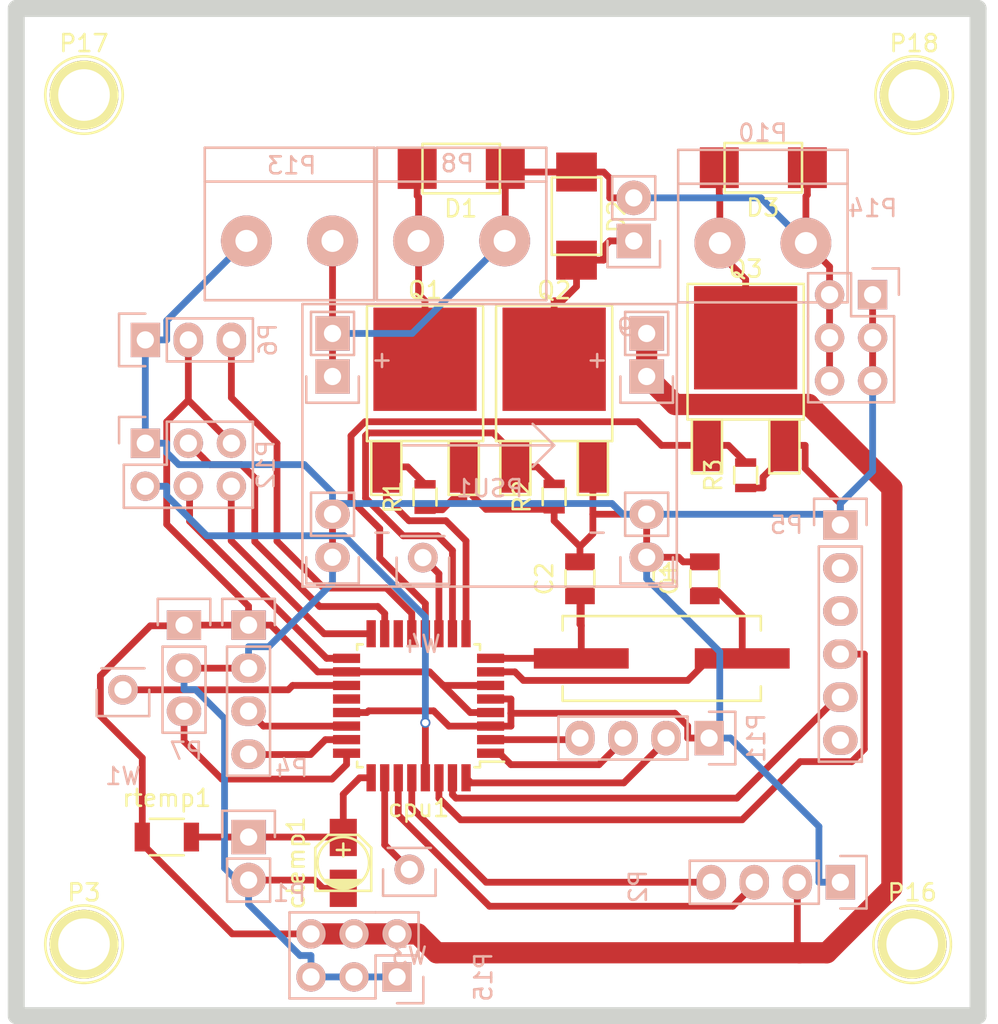
<source format=kicad_pcb>
(kicad_pcb (version 20171130) (host pcbnew "(5.1.12)-1")

  (general
    (thickness 1.6)
    (drawings 4)
    (tracks 313)
    (zones 0)
    (modules 37)
    (nets 31)
  )

  (page A4)
  (layers
    (0 F.Cu signal)
    (31 B.Cu signal)
    (32 B.Adhes user)
    (33 F.Adhes user)
    (34 B.Paste user)
    (35 F.Paste user)
    (36 B.SilkS user)
    (37 F.SilkS user)
    (38 B.Mask user)
    (39 F.Mask user)
    (40 Dwgs.User user)
    (41 Cmts.User user)
    (42 Eco1.User user)
    (43 Eco2.User user)
    (44 Edge.Cuts user)
    (45 Margin user)
    (46 B.CrtYd user)
    (47 F.CrtYd user)
    (48 B.Fab user)
    (49 F.Fab user)
  )

  (setup
    (last_trace_width 0.4)
    (trace_clearance 0.2)
    (zone_clearance 0.2)
    (zone_45_only yes)
    (trace_min 0.2)
    (via_size 0.6)
    (via_drill 0.4)
    (via_min_size 0.4)
    (via_min_drill 0.3)
    (uvia_size 0.3)
    (uvia_drill 0.1)
    (uvias_allowed no)
    (uvia_min_size 0.2)
    (uvia_min_drill 0.1)
    (edge_width 1)
    (segment_width 0.2)
    (pcb_text_width 0.3)
    (pcb_text_size 1.5 1.5)
    (mod_edge_width 0.15)
    (mod_text_size 1 1)
    (mod_text_width 0.15)
    (pad_size 1.75 1.75)
    (pad_drill 1.016)
    (pad_to_mask_clearance 0)
    (aux_axis_origin 111.125 100.203)
    (visible_elements 7FFFFFFF)
    (pcbplotparams
      (layerselection 0x01000_00000001)
      (usegerberextensions false)
      (usegerberattributes true)
      (usegerberadvancedattributes true)
      (creategerberjobfile true)
      (excludeedgelayer true)
      (linewidth 0.100000)
      (plotframeref false)
      (viasonmask false)
      (mode 1)
      (useauxorigin true)
      (hpglpennumber 1)
      (hpglpenspeed 20)
      (hpglpendiameter 15.000000)
      (psnegative false)
      (psa4output false)
      (plotreference true)
      (plotvalue true)
      (plotinvisibletext false)
      (padsonsilk false)
      (subtractmaskfromsilk false)
      (outputformat 1)
      (mirror false)
      (drillshape 0)
      (scaleselection 1)
      (outputdirectory ""))
  )

  (net 0 "")
  (net 1 "Net-(C1-Pad1)")
  (net 2 GND)
  (net 3 "Net-(C2-Pad1)")
  (net 4 b)
  (net 5 act)
  (net 6 VCC)
  (net 7 winder)
  (net 8 auger)
  (net 9 spool)
  (net 10 htr)
  (net 11 servo)
  (net 12 mosi)
  (net 13 miso)
  (net 14 sck)
  (net 15 therm)
  (net 16 diam)
  (net 17 length)
  (net 18 sda)
  (net 19 scl)
  (net 20 reset)
  (net 21 rxd)
  (net 22 txd)
  (net 23 a)
  (net 24 +24V)
  (net 25 "Net-(D1-Pad2)")
  (net 26 "Net-(D2-Pad2)")
  (net 27 "Net-(D3-Pad2)")
  (net 28 "Net-(W4-Pad1)")
  (net 29 "Net-(W1-Pad1)")
  (net 30 "Net-(W3-Pad1)")

  (net_class Default "This is the default net class."
    (clearance 0.2)
    (trace_width 0.4)
    (via_dia 0.6)
    (via_drill 0.4)
    (uvia_dia 0.3)
    (uvia_drill 0.1)
    (add_net +24V)
    (add_net GND)
    (add_net "Net-(C1-Pad1)")
    (add_net "Net-(C2-Pad1)")
    (add_net "Net-(D1-Pad2)")
    (add_net "Net-(D2-Pad2)")
    (add_net "Net-(D3-Pad2)")
    (add_net "Net-(W1-Pad1)")
    (add_net "Net-(W3-Pad1)")
    (add_net "Net-(W4-Pad1)")
    (add_net VCC)
    (add_net a)
    (add_net act)
    (add_net auger)
    (add_net b)
    (add_net diam)
    (add_net htr)
    (add_net length)
    (add_net miso)
    (add_net mosi)
    (add_net reset)
    (add_net rxd)
    (add_net sck)
    (add_net scl)
    (add_net sda)
    (add_net servo)
    (add_net spool)
    (add_net therm)
    (add_net txd)
    (add_net winder)
  )

  (module Capacitors_SMD:C_0805 (layer F.Cu) (tedit 56F8447B) (tstamp 56E2AD91)
    (at 151.638 74.549 90)
    (descr "Capacitor SMD 0805, reflow soldering, AVX (see smccp.pdf)")
    (tags "capacitor 0805")
    (path /56C85181)
    (attr smd)
    (fp_text reference C1 (at 0 -2.1 90) (layer F.SilkS)
      (effects (font (size 1 1) (thickness 0.15)))
    )
    (fp_text value C22pF (at 0 2.1 90) (layer F.Fab)
      (effects (font (size 1 1) (thickness 0.15)))
    )
    (fp_line (start -0.5 0.85) (end 0.5 0.85) (layer F.SilkS) (width 0.15))
    (fp_line (start 0.5 -0.85) (end -0.5 -0.85) (layer F.SilkS) (width 0.15))
    (fp_line (start 1.8 -1) (end 1.8 1) (layer F.CrtYd) (width 0.05))
    (fp_line (start -1.8 -1) (end -1.8 1) (layer F.CrtYd) (width 0.05))
    (fp_line (start -1.8 1) (end 1.8 1) (layer F.CrtYd) (width 0.05))
    (fp_line (start -1.8 -1) (end 1.8 -1) (layer F.CrtYd) (width 0.05))
    (pad 1 smd rect (at -1 0 90) (size 1 1.75) (layers F.Cu F.Paste F.Mask)
      (net 1 "Net-(C1-Pad1)"))
    (pad 2 smd rect (at 1 0 90) (size 1 1.75) (layers F.Cu F.Paste F.Mask)
      (net 2 GND))
    (model Capacitors_SMD.3dshapes/C_0805.wrl
      (at (xyz 0 0 0))
      (scale (xyz 1 1 1))
      (rotate (xyz 0 0 0))
    )
  )

  (module Capacitors_SMD:C_0805 (layer F.Cu) (tedit 56F84462) (tstamp 56E2AD96)
    (at 144.272 74.549 90)
    (descr "Capacitor SMD 0805, reflow soldering, AVX (see smccp.pdf)")
    (tags "capacitor 0805")
    (path /56C852F9)
    (attr smd)
    (fp_text reference C2 (at 0 -2.1 90) (layer F.SilkS)
      (effects (font (size 1 1) (thickness 0.15)))
    )
    (fp_text value C22pF (at 0 2.1 90) (layer F.Fab)
      (effects (font (size 1 1) (thickness 0.15)))
    )
    (fp_line (start -0.5 0.85) (end 0.5 0.85) (layer F.SilkS) (width 0.15))
    (fp_line (start 0.5 -0.85) (end -0.5 -0.85) (layer F.SilkS) (width 0.15))
    (fp_line (start 1.8 -1) (end 1.8 1) (layer F.CrtYd) (width 0.05))
    (fp_line (start -1.8 -1) (end -1.8 1) (layer F.CrtYd) (width 0.05))
    (fp_line (start -1.8 1) (end 1.8 1) (layer F.CrtYd) (width 0.05))
    (fp_line (start -1.8 -1) (end 1.8 -1) (layer F.CrtYd) (width 0.05))
    (pad 1 smd rect (at -1 0 90) (size 1 1.75) (layers F.Cu F.Paste F.Mask)
      (net 3 "Net-(C2-Pad1)"))
    (pad 2 smd rect (at 1 0 90) (size 1 1.75) (layers F.Cu F.Paste F.Mask)
      (net 2 GND))
    (model Capacitors_SMD.3dshapes/C_0805.wrl
      (at (xyz 0 0 0))
      (scale (xyz 1 1 1))
      (rotate (xyz 0 0 0))
    )
  )

  (module Resistors_SMD:R_0603 (layer F.Cu) (tedit 56F8442F) (tstamp 56E2ADB7)
    (at 154.051 68.441 90)
    (descr "Resistor SMD 0603, reflow soldering, Vishay (see dcrcw.pdf)")
    (tags "resistor 0603")
    (path /56E2B3DE)
    (attr smd)
    (fp_text reference R3 (at 0 -1.9 90) (layer F.SilkS)
      (effects (font (size 1 1) (thickness 0.15)))
    )
    (fp_text value R100k (at 0 1.9 90) (layer F.Fab)
      (effects (font (size 1 1) (thickness 0.15)))
    )
    (fp_line (start -0.5 -0.675) (end 0.5 -0.675) (layer F.SilkS) (width 0.15))
    (fp_line (start 0.5 0.675) (end -0.5 0.675) (layer F.SilkS) (width 0.15))
    (fp_line (start 1.3 -0.8) (end 1.3 0.8) (layer F.CrtYd) (width 0.05))
    (fp_line (start -1.3 -0.8) (end -1.3 0.8) (layer F.CrtYd) (width 0.05))
    (fp_line (start -1.3 0.8) (end 1.3 0.8) (layer F.CrtYd) (width 0.05))
    (fp_line (start -1.3 -0.8) (end 1.3 -0.8) (layer F.CrtYd) (width 0.05))
    (pad 1 smd rect (at -0.75 0 90) (size 0.5 1.25) (layers F.Cu F.Paste F.Mask)
      (net 2 GND))
    (pad 2 smd rect (at 0.75 0 90) (size 0.5 1.25) (layers F.Cu F.Paste F.Mask)
      (net 8 auger))
    (model Resistors_SMD.3dshapes/R_0603.wrl
      (at (xyz 0 0 0))
      (scale (xyz 1 1 1))
      (rotate (xyz 0 0 0))
    )
  )

  (module Resistors_SMD:R_0603 (layer F.Cu) (tedit 56F84411) (tstamp 56E2ADB1)
    (at 142.748 69.6976 90)
    (descr "Resistor SMD 0603, reflow soldering, Vishay (see dcrcw.pdf)")
    (tags "resistor 0603")
    (path /56E2B368)
    (attr smd)
    (fp_text reference R2 (at 0 -1.9 90) (layer F.SilkS)
      (effects (font (size 1 1) (thickness 0.15)))
    )
    (fp_text value R100k (at 0 1.9 90) (layer F.Fab)
      (effects (font (size 1 1) (thickness 0.15)))
    )
    (fp_line (start -0.5 -0.675) (end 0.5 -0.675) (layer F.SilkS) (width 0.15))
    (fp_line (start 0.5 0.675) (end -0.5 0.675) (layer F.SilkS) (width 0.15))
    (fp_line (start 1.3 -0.8) (end 1.3 0.8) (layer F.CrtYd) (width 0.05))
    (fp_line (start -1.3 -0.8) (end -1.3 0.8) (layer F.CrtYd) (width 0.05))
    (fp_line (start -1.3 0.8) (end 1.3 0.8) (layer F.CrtYd) (width 0.05))
    (fp_line (start -1.3 -0.8) (end 1.3 -0.8) (layer F.CrtYd) (width 0.05))
    (pad 1 smd rect (at -0.75 0 90) (size 0.5 1.25) (layers F.Cu F.Paste F.Mask)
      (net 2 GND))
    (pad 2 smd rect (at 0.75 0 90) (size 0.5 1.25) (layers F.Cu F.Paste F.Mask)
      (net 7 winder))
    (model Resistors_SMD.3dshapes/R_0603.wrl
      (at (xyz 0 0 0))
      (scale (xyz 1 1 1))
      (rotate (xyz 0 0 0))
    )
  )

  (module Resistors_SMD:R_0603 (layer F.Cu) (tedit 56F843EA) (tstamp 56E2ADAB)
    (at 135.128 69.723 90)
    (descr "Resistor SMD 0603, reflow soldering, Vishay (see dcrcw.pdf)")
    (tags "resistor 0603")
    (path /56E2ADAB)
    (attr smd)
    (fp_text reference R1 (at 0 -1.9 90) (layer F.SilkS)
      (effects (font (size 1 1) (thickness 0.15)))
    )
    (fp_text value R100k (at 0 1.9 90) (layer F.Fab)
      (effects (font (size 1 1) (thickness 0.15)))
    )
    (fp_line (start -0.5 -0.675) (end 0.5 -0.675) (layer F.SilkS) (width 0.15))
    (fp_line (start 0.5 0.675) (end -0.5 0.675) (layer F.SilkS) (width 0.15))
    (fp_line (start 1.3 -0.8) (end 1.3 0.8) (layer F.CrtYd) (width 0.05))
    (fp_line (start -1.3 -0.8) (end -1.3 0.8) (layer F.CrtYd) (width 0.05))
    (fp_line (start -1.3 0.8) (end 1.3 0.8) (layer F.CrtYd) (width 0.05))
    (fp_line (start -1.3 -0.8) (end 1.3 -0.8) (layer F.CrtYd) (width 0.05))
    (pad 1 smd rect (at -0.75 0 90) (size 0.5 1.25) (layers F.Cu F.Paste F.Mask)
      (net 2 GND))
    (pad 2 smd rect (at 0.75 0 90) (size 0.5 1.25) (layers F.Cu F.Paste F.Mask)
      (net 10 htr))
    (model Resistors_SMD.3dshapes/R_0603.wrl
      (at (xyz 0 0 0))
      (scale (xyz 1 1 1))
      (rotate (xyz 0 0 0))
    )
  )

  (module Crystals:Crystal_HC49-SD_SMD (layer F.Cu) (tedit 56C85A9D) (tstamp 56C856A3)
    (at 149.098 79.248)
    (descr "Crystal, Quarz, HC49-SD, SMD,")
    (tags "Crystal, Quarz, HC49-SD, SMD,")
    (path /56C8436C)
    (attr smd)
    (fp_text reference Y1 (at 0 -5.08) (layer F.SilkS)
      (effects (font (size 1 1) (thickness 0.15)))
    )
    (fp_text value Crystal (at -0.2032 -1.3208) (layer F.Fab)
      (effects (font (size 1 1) (thickness 0.15)))
    )
    (fp_line (start -5.84962 -2.49936) (end -5.84962 -1.651) (layer F.SilkS) (width 0.15))
    (fp_line (start -5.84962 2.49936) (end -5.84962 1.651) (layer F.SilkS) (width 0.15))
    (fp_line (start 5.84962 -2.49936) (end 5.84962 -1.651) (layer F.SilkS) (width 0.15))
    (fp_line (start 5.84962 2.49936) (end 5.84962 1.651) (layer F.SilkS) (width 0.15))
    (fp_line (start 5.84962 -2.49936) (end -5.84962 -2.49936) (layer F.SilkS) (width 0.15))
    (fp_line (start -5.84962 2.49936) (end 5.84962 2.49936) (layer F.SilkS) (width 0.15))
    (fp_circle (center 0 0) (end 0.14986 0.0508) (layer F.Adhes) (width 0.381))
    (fp_circle (center 0 0) (end 0.50038 0) (layer F.Adhes) (width 0.381))
    (fp_circle (center 0 0) (end 0.8509 0) (layer F.Adhes) (width 0.381))
    (pad 1 smd rect (at -4.75 0) (size 5.6 1.2) (layers F.Cu F.Paste F.Mask)
      (net 3 "Net-(C2-Pad1)"))
    (pad 2 smd rect (at 4.75 0) (size 5.6007 1.2) (layers F.Cu F.Paste F.Mask)
      (net 1 "Net-(C1-Pad1)"))
  )

  (module Housings_QFP:TQFP-32_7x7mm_Pitch0.8mm (layer F.Cu) (tedit 54130A77) (tstamp 56C85612)
    (at 134.747 82.042 180)
    (descr "32-Lead Plastic Thin Quad Flatpack (PT) - 7x7x1.0 mm Body, 2.00 mm [TQFP] (see Microchip Packaging Specification 00000049BS.pdf)")
    (tags "QFP 0.8")
    (path /56C8395C)
    (attr smd)
    (fp_text reference cpu1 (at 0 -6.05 180) (layer F.SilkS)
      (effects (font (size 1 1) (thickness 0.15)))
    )
    (fp_text value ATMEGA328P-A (at 0 6.05 180) (layer F.Fab)
      (effects (font (size 1 1) (thickness 0.15)))
    )
    (fp_line (start -3.625 -3.3) (end -5.05 -3.3) (layer F.SilkS) (width 0.15))
    (fp_line (start 3.625 -3.625) (end 3.3 -3.625) (layer F.SilkS) (width 0.15))
    (fp_line (start 3.625 3.625) (end 3.3 3.625) (layer F.SilkS) (width 0.15))
    (fp_line (start -3.625 3.625) (end -3.3 3.625) (layer F.SilkS) (width 0.15))
    (fp_line (start -3.625 -3.625) (end -3.3 -3.625) (layer F.SilkS) (width 0.15))
    (fp_line (start -3.625 3.625) (end -3.625 3.3) (layer F.SilkS) (width 0.15))
    (fp_line (start 3.625 3.625) (end 3.625 3.3) (layer F.SilkS) (width 0.15))
    (fp_line (start 3.625 -3.625) (end 3.625 -3.3) (layer F.SilkS) (width 0.15))
    (fp_line (start -3.625 -3.625) (end -3.625 -3.3) (layer F.SilkS) (width 0.15))
    (fp_line (start -5.3 5.3) (end 5.3 5.3) (layer F.CrtYd) (width 0.05))
    (fp_line (start -5.3 -5.3) (end 5.3 -5.3) (layer F.CrtYd) (width 0.05))
    (fp_line (start 5.3 -5.3) (end 5.3 5.3) (layer F.CrtYd) (width 0.05))
    (fp_line (start -5.3 -5.3) (end -5.3 5.3) (layer F.CrtYd) (width 0.05))
    (pad 1 smd rect (at -4.25 -2.8 180) (size 1.6 0.55) (layers F.Cu F.Paste F.Mask)
      (net 4 b))
    (pad 2 smd rect (at -4.25 -2 180) (size 1.6 0.55) (layers F.Cu F.Paste F.Mask)
      (net 5 act))
    (pad 3 smd rect (at -4.25 -1.2 180) (size 1.6 0.55) (layers F.Cu F.Paste F.Mask)
      (net 2 GND))
    (pad 4 smd rect (at -4.25 -0.4 180) (size 1.6 0.55) (layers F.Cu F.Paste F.Mask)
      (net 6 VCC))
    (pad 5 smd rect (at -4.25 0.4 180) (size 1.6 0.55) (layers F.Cu F.Paste F.Mask)
      (net 2 GND))
    (pad 6 smd rect (at -4.25 1.2 180) (size 1.6 0.55) (layers F.Cu F.Paste F.Mask)
      (net 6 VCC))
    (pad 7 smd rect (at -4.25 2 180) (size 1.6 0.55) (layers F.Cu F.Paste F.Mask)
      (net 1 "Net-(C1-Pad1)"))
    (pad 8 smd rect (at -4.25 2.8 180) (size 1.6 0.55) (layers F.Cu F.Paste F.Mask)
      (net 3 "Net-(C2-Pad1)"))
    (pad 9 smd rect (at -2.8 4.25 270) (size 1.6 0.55) (layers F.Cu F.Paste F.Mask)
      (net 10 htr))
    (pad 10 smd rect (at -2 4.25 270) (size 1.6 0.55) (layers F.Cu F.Paste F.Mask)
      (net 7 winder))
    (pad 11 smd rect (at -1.2 4.25 270) (size 1.6 0.55) (layers F.Cu F.Paste F.Mask)
      (net 28 "Net-(W4-Pad1)"))
    (pad 12 smd rect (at -0.4 4.25 270) (size 1.6 0.55) (layers F.Cu F.Paste F.Mask)
      (net 8 auger))
    (pad 13 smd rect (at 0.4 4.25 270) (size 1.6 0.55) (layers F.Cu F.Paste F.Mask)
      (net 11 servo))
    (pad 14 smd rect (at 1.2 4.25 270) (size 1.6 0.55) (layers F.Cu F.Paste F.Mask))
    (pad 15 smd rect (at 2 4.25 270) (size 1.6 0.55) (layers F.Cu F.Paste F.Mask)
      (net 12 mosi))
    (pad 16 smd rect (at 2.8 4.25 270) (size 1.6 0.55) (layers F.Cu F.Paste F.Mask)
      (net 13 miso))
    (pad 17 smd rect (at 4.25 2.8 180) (size 1.6 0.55) (layers F.Cu F.Paste F.Mask)
      (net 14 sck))
    (pad 18 smd rect (at 4.25 2 180) (size 1.6 0.55) (layers F.Cu F.Paste F.Mask)
      (net 6 VCC))
    (pad 19 smd rect (at 4.25 1.2 180) (size 1.6 0.55) (layers F.Cu F.Paste F.Mask)
      (net 29 "Net-(W1-Pad1)"))
    (pad 20 smd rect (at 4.25 0.4 180) (size 1.6 0.55) (layers F.Cu F.Paste F.Mask))
    (pad 21 smd rect (at 4.25 -0.4 180) (size 1.6 0.55) (layers F.Cu F.Paste F.Mask)
      (net 2 GND))
    (pad 22 smd rect (at 4.25 -1.2 180) (size 1.6 0.55) (layers F.Cu F.Paste F.Mask)
      (net 16 diam))
    (pad 23 smd rect (at 4.25 -2 180) (size 1.6 0.55) (layers F.Cu F.Paste F.Mask)
      (net 17 length))
    (pad 24 smd rect (at 4.25 -2.8 180) (size 1.6 0.55) (layers F.Cu F.Paste F.Mask)
      (net 9 spool))
    (pad 25 smd rect (at 2.8 -4.25 270) (size 1.6 0.55) (layers F.Cu F.Paste F.Mask)
      (net 15 therm))
    (pad 26 smd rect (at 2 -4.25 270) (size 1.6 0.55) (layers F.Cu F.Paste F.Mask)
      (net 30 "Net-(W3-Pad1)"))
    (pad 27 smd rect (at 1.2 -4.25 270) (size 1.6 0.55) (layers F.Cu F.Paste F.Mask)
      (net 18 sda))
    (pad 28 smd rect (at 0.4 -4.25 270) (size 1.6 0.55) (layers F.Cu F.Paste F.Mask)
      (net 19 scl))
    (pad 29 smd rect (at -0.4 -4.25 270) (size 1.6 0.55) (layers F.Cu F.Paste F.Mask)
      (net 20 reset))
    (pad 30 smd rect (at -1.2 -4.25 270) (size 1.6 0.55) (layers F.Cu F.Paste F.Mask)
      (net 21 rxd))
    (pad 31 smd rect (at -2 -4.25 270) (size 1.6 0.55) (layers F.Cu F.Paste F.Mask)
      (net 22 txd))
    (pad 32 smd rect (at -2.8 -4.25 270) (size 1.6 0.55) (layers F.Cu F.Paste F.Mask)
      (net 23 a))
    (model Housings_QFP.3dshapes/TQFP-32_7x7mm_Pitch0.8mm.wrl
      (at (xyz 0 0 0))
      (scale (xyz 1 1 1))
      (rotate (xyz 0 0 0))
    )
  )

  (module Capacitors_SMD:c_elec_3x5.3 (layer F.Cu) (tedit 556FDD5F) (tstamp 56C85618)
    (at 130.302 91.313 90)
    (descr "SMT capacitor, aluminium electrolytic, 3x5.3")
    (path /56C8414C)
    (attr smd)
    (fp_text reference ctemp1 (at 0 -2.794 90) (layer F.SilkS)
      (effects (font (size 1 1) (thickness 0.15)))
    )
    (fp_text value CP10uF (at 0 2.794 90) (layer F.Fab)
      (effects (font (size 1 1) (thickness 0.15)))
    )
    (fp_circle (center 0 0) (end 1.524 0) (layer F.SilkS) (width 0.15))
    (fp_line (start 0.762 -0.381) (end 0.762 0.381) (layer F.SilkS) (width 0.15))
    (fp_line (start 1.143 0) (end 0.381 0) (layer F.SilkS) (width 0.15))
    (fp_line (start -1.016 -1.143) (end -1.016 1.143) (layer F.SilkS) (width 0.15))
    (fp_line (start -1.143 -1.016) (end -1.143 1.016) (layer F.SilkS) (width 0.15))
    (fp_line (start -1.27 -0.762) (end -1.27 0.762) (layer F.SilkS) (width 0.15))
    (fp_line (start -1.397 -0.508) (end -1.397 0.508) (layer F.SilkS) (width 0.15))
    (fp_line (start 0.889 -1.651) (end -1.651 -1.651) (layer F.SilkS) (width 0.15))
    (fp_line (start 1.651 -0.889) (end 0.889 -1.651) (layer F.SilkS) (width 0.15))
    (fp_line (start 1.651 0.889) (end 1.651 -0.889) (layer F.SilkS) (width 0.15))
    (fp_line (start 0.889 1.651) (end 1.651 0.889) (layer F.SilkS) (width 0.15))
    (fp_line (start -1.651 1.651) (end 0.889 1.651) (layer F.SilkS) (width 0.15))
    (fp_line (start -1.651 -1.651) (end -1.651 1.651) (layer F.SilkS) (width 0.15))
    (fp_line (start -2.8 -2.05) (end -2.8 2.05) (layer F.CrtYd) (width 0.05))
    (fp_line (start 2.8 -2.05) (end -2.8 -2.05) (layer F.CrtYd) (width 0.05))
    (fp_line (start 2.8 2.05) (end 2.8 -2.05) (layer F.CrtYd) (width 0.05))
    (fp_line (start -2.8 2.05) (end 2.8 2.05) (layer F.CrtYd) (width 0.05))
    (pad 1 smd rect (at 1.50114 0 90) (size 2.19964 1.6002) (layers F.Cu F.Paste F.Mask)
      (net 15 therm))
    (pad 2 smd rect (at -1.50114 0 90) (size 2.19964 1.6002) (layers F.Cu F.Paste F.Mask)
      (net 2 GND))
    (model Capacitors_SMD.3dshapes/c_elec_3x5.3.wrl
      (at (xyz 0 0 0))
      (scale (xyz 1 1 1))
      (rotate (xyz 0 0 0))
    )
  )

  (module Pin_Headers:Pin_Header_Straight_1x02 (layer B.Cu) (tedit 54EA090C) (tstamp 56C8561E)
    (at 124.714 89.789 180)
    (descr "Through hole pin header")
    (tags "pin header")
    (path /56C8A353)
    (fp_text reference P1 (at -2.413 -3.302 180) (layer B.SilkS)
      (effects (font (size 1 1) (thickness 0.15)) (justify mirror))
    )
    (fp_text value therm (at 2.667 -1.397 270) (layer B.Fab)
      (effects (font (size 1 1) (thickness 0.15)) (justify mirror))
    )
    (fp_line (start -1.27 -3.81) (end 1.27 -3.81) (layer B.SilkS) (width 0.15))
    (fp_line (start -1.27 -1.27) (end -1.27 -3.81) (layer B.SilkS) (width 0.15))
    (fp_line (start -1.55 1.55) (end 1.55 1.55) (layer B.SilkS) (width 0.15))
    (fp_line (start -1.55 0) (end -1.55 1.55) (layer B.SilkS) (width 0.15))
    (fp_line (start 1.27 -1.27) (end -1.27 -1.27) (layer B.SilkS) (width 0.15))
    (fp_line (start -1.75 -4.3) (end 1.75 -4.3) (layer B.CrtYd) (width 0.05))
    (fp_line (start -1.75 1.75) (end 1.75 1.75) (layer B.CrtYd) (width 0.05))
    (fp_line (start 1.75 1.75) (end 1.75 -4.3) (layer B.CrtYd) (width 0.05))
    (fp_line (start -1.75 1.75) (end -1.75 -4.3) (layer B.CrtYd) (width 0.05))
    (fp_line (start 1.55 1.55) (end 1.55 0) (layer B.SilkS) (width 0.15))
    (fp_line (start 1.27 -1.27) (end 1.27 -3.81) (layer B.SilkS) (width 0.15))
    (pad 1 thru_hole rect (at 0 0 180) (size 2.032 2.032) (drill 1.016) (layers *.Cu *.Mask B.SilkS)
      (net 15 therm))
    (pad 2 thru_hole oval (at 0 -2.54 180) (size 2.032 2.032) (drill 1.016) (layers *.Cu *.Mask B.SilkS)
      (net 2 GND))
    (model Pin_Headers.3dshapes/Pin_Header_Straight_1x02.wrl
      (offset (xyz 0 -1.269999980926514 0))
      (scale (xyz 1 1 1))
      (rotate (xyz 0 0 90))
    )
  )

  (module Pin_Headers:Pin_Header_Straight_1x04 (layer B.Cu) (tedit 0) (tstamp 56C85626)
    (at 159.639 92.456 90)
    (descr "Through hole pin header")
    (tags "pin header")
    (path /56C8421A)
    (fp_text reference P2 (at -0.254 -11.938 90) (layer B.SilkS)
      (effects (font (size 1 1) (thickness 0.15)) (justify mirror))
    )
    (fp_text value lcd (at -0.127 -10.414 90) (layer B.Fab)
      (effects (font (size 1 1) (thickness 0.15)) (justify mirror))
    )
    (fp_line (start -1.55 1.55) (end 1.55 1.55) (layer B.SilkS) (width 0.15))
    (fp_line (start -1.55 0) (end -1.55 1.55) (layer B.SilkS) (width 0.15))
    (fp_line (start 1.27 -1.27) (end -1.27 -1.27) (layer B.SilkS) (width 0.15))
    (fp_line (start -1.27 -8.89) (end 1.27 -8.89) (layer B.SilkS) (width 0.15))
    (fp_line (start 1.55 1.55) (end 1.55 0) (layer B.SilkS) (width 0.15))
    (fp_line (start 1.27 -1.27) (end 1.27 -8.89) (layer B.SilkS) (width 0.15))
    (fp_line (start -1.27 -1.27) (end -1.27 -8.89) (layer B.SilkS) (width 0.15))
    (fp_line (start -1.75 -9.4) (end 1.75 -9.4) (layer B.CrtYd) (width 0.05))
    (fp_line (start -1.75 1.75) (end 1.75 1.75) (layer B.CrtYd) (width 0.05))
    (fp_line (start 1.75 1.75) (end 1.75 -9.4) (layer B.CrtYd) (width 0.05))
    (fp_line (start -1.75 1.75) (end -1.75 -9.4) (layer B.CrtYd) (width 0.05))
    (pad 1 thru_hole rect (at 0 0 90) (size 2.032 1.7272) (drill 1.016) (layers *.Cu *.Mask B.SilkS)
      (net 2 GND))
    (pad 2 thru_hole oval (at 0 -2.54 90) (size 2.032 1.7272) (drill 1.016) (layers *.Cu *.Mask B.SilkS)
      (net 6 VCC))
    (pad 3 thru_hole oval (at 0 -5.08 90) (size 2.032 1.7272) (drill 1.016) (layers *.Cu *.Mask B.SilkS)
      (net 18 sda))
    (pad 4 thru_hole oval (at 0 -7.62 90) (size 2.032 1.7272) (drill 1.016) (layers *.Cu *.Mask B.SilkS)
      (net 19 scl))
    (model Pin_Headers.3dshapes/Pin_Header_Straight_1x04.wrl
      (offset (xyz 0 -3.809999942779541 0))
      (scale (xyz 1 1 1))
      (rotate (xyz 0 0 90))
    )
  )

  (module Pin_Headers:Pin_Header_Straight_1x04 (layer B.Cu) (tedit 0) (tstamp 56C85634)
    (at 124.711 77.2827 180)
    (descr "Through hole pin header")
    (tags "pin header")
    (path /56C83BCA)
    (fp_text reference P4 (at -2.543032 -8.442348 180) (layer B.SilkS)
      (effects (font (size 1 1) (thickness 0.15)) (justify mirror))
    )
    (fp_text value qc (at -2.416032 -3.743348 270) (layer B.Fab)
      (effects (font (size 1 1) (thickness 0.15)) (justify mirror))
    )
    (fp_line (start -1.55 1.55) (end 1.55 1.55) (layer B.SilkS) (width 0.15))
    (fp_line (start -1.55 0) (end -1.55 1.55) (layer B.SilkS) (width 0.15))
    (fp_line (start 1.27 -1.27) (end -1.27 -1.27) (layer B.SilkS) (width 0.15))
    (fp_line (start -1.27 -8.89) (end 1.27 -8.89) (layer B.SilkS) (width 0.15))
    (fp_line (start 1.55 1.55) (end 1.55 0) (layer B.SilkS) (width 0.15))
    (fp_line (start 1.27 -1.27) (end 1.27 -8.89) (layer B.SilkS) (width 0.15))
    (fp_line (start -1.27 -1.27) (end -1.27 -8.89) (layer B.SilkS) (width 0.15))
    (fp_line (start -1.75 -9.4) (end 1.75 -9.4) (layer B.CrtYd) (width 0.05))
    (fp_line (start -1.75 1.75) (end 1.75 1.75) (layer B.CrtYd) (width 0.05))
    (fp_line (start 1.75 1.75) (end 1.75 -9.4) (layer B.CrtYd) (width 0.05))
    (fp_line (start -1.75 1.75) (end -1.75 -9.4) (layer B.CrtYd) (width 0.05))
    (pad 1 thru_hole rect (at 0 0 180) (size 2.032 1.7272) (drill 1.016) (layers *.Cu *.Mask B.SilkS)
      (net 6 VCC))
    (pad 2 thru_hole oval (at 0 -2.54 180) (size 2.032 1.7272) (drill 1.016) (layers *.Cu *.Mask B.SilkS)
      (net 2 GND))
    (pad 3 thru_hole oval (at 0 -5.08 180) (size 2.032 1.7272) (drill 1.016) (layers *.Cu *.Mask B.SilkS)
      (net 16 diam))
    (pad 4 thru_hole oval (at 0 -7.62 180) (size 2.032 1.7272) (drill 1.016) (layers *.Cu *.Mask B.SilkS)
      (net 17 length))
    (model Pin_Headers.3dshapes/Pin_Header_Straight_1x04.wrl
      (offset (xyz 0 -3.809999942779541 0))
      (scale (xyz 1 1 1))
      (rotate (xyz 0 0 90))
    )
  )

  (module Pin_Headers:Pin_Header_Straight_1x06 (layer B.Cu) (tedit 0) (tstamp 56C8563E)
    (at 159.639 71.374 180)
    (descr "Through hole pin header")
    (tags "pin header")
    (path /56C83C3C)
    (fp_text reference P5 (at 3.175 0.000001 180) (layer B.SilkS)
      (effects (font (size 1 1) (thickness 0.15)) (justify mirror))
    )
    (fp_text value ftdi (at 0 3.1 180) (layer B.Fab)
      (effects (font (size 1 1) (thickness 0.15)) (justify mirror))
    )
    (fp_line (start -1.55 1.55) (end 1.55 1.55) (layer B.SilkS) (width 0.15))
    (fp_line (start -1.55 0) (end -1.55 1.55) (layer B.SilkS) (width 0.15))
    (fp_line (start 1.27 -1.27) (end -1.27 -1.27) (layer B.SilkS) (width 0.15))
    (fp_line (start 1.55 1.55) (end 1.55 0) (layer B.SilkS) (width 0.15))
    (fp_line (start -1.27 -13.97) (end -1.27 -1.27) (layer B.SilkS) (width 0.15))
    (fp_line (start 1.27 -13.97) (end -1.27 -13.97) (layer B.SilkS) (width 0.15))
    (fp_line (start 1.27 -1.27) (end 1.27 -13.97) (layer B.SilkS) (width 0.15))
    (fp_line (start -1.75 -14.45) (end 1.75 -14.45) (layer B.CrtYd) (width 0.05))
    (fp_line (start -1.75 1.75) (end 1.75 1.75) (layer B.CrtYd) (width 0.05))
    (fp_line (start 1.75 1.75) (end 1.75 -14.45) (layer B.CrtYd) (width 0.05))
    (fp_line (start -1.75 1.75) (end -1.75 -14.45) (layer B.CrtYd) (width 0.05))
    (pad 1 thru_hole rect (at 0 0 180) (size 2.032 1.7272) (drill 1.016) (layers *.Cu *.Mask B.SilkS)
      (net 2 GND))
    (pad 2 thru_hole oval (at 0 -2.54 180) (size 2.032 1.7272) (drill 1.016) (layers *.Cu *.Mask B.SilkS))
    (pad 3 thru_hole oval (at 0 -5.08 180) (size 2.032 1.7272) (drill 1.016) (layers *.Cu *.Mask B.SilkS))
    (pad 4 thru_hole oval (at 0 -7.62 180) (size 2.032 1.7272) (drill 1.016) (layers *.Cu *.Mask B.SilkS)
      (net 21 rxd))
    (pad 5 thru_hole oval (at 0 -10.16 180) (size 2.032 1.7272) (drill 1.016) (layers *.Cu *.Mask B.SilkS)
      (net 22 txd))
    (pad 6 thru_hole oval (at 0 -12.7 180) (size 2.032 1.7272) (drill 1.016) (layers *.Cu *.Mask B.SilkS))
    (model Pin_Headers.3dshapes/Pin_Header_Straight_1x06.wrl
      (offset (xyz 0 -6.349999904632568 0))
      (scale (xyz 1 1 1))
      (rotate (xyz 0 0 90))
    )
  )

  (module Pin_Headers:Pin_Header_Straight_1x03 (layer B.Cu) (tedit 56C86B6D) (tstamp 56C85645)
    (at 118.618 60.452 270)
    (descr "Through hole pin header")
    (tags "pin header")
    (path /56C83CCB)
    (fp_text reference P6 (at 0 -7.238999 270) (layer B.SilkS)
      (effects (font (size 1 1) (thickness 0.15)) (justify mirror))
    )
    (fp_text value servo (at 2.413 -3.047999) (layer B.Fab)
      (effects (font (size 1 1) (thickness 0.15)) (justify mirror))
    )
    (fp_line (start -1.55 1.55) (end 1.55 1.55) (layer B.SilkS) (width 0.15))
    (fp_line (start -1.55 0) (end -1.55 1.55) (layer B.SilkS) (width 0.15))
    (fp_line (start 1.27 -1.27) (end -1.27 -1.27) (layer B.SilkS) (width 0.15))
    (fp_line (start 1.55 1.55) (end 1.55 0) (layer B.SilkS) (width 0.15))
    (fp_line (start 1.27 -6.35) (end 1.27 -1.27) (layer B.SilkS) (width 0.15))
    (fp_line (start -1.27 -6.35) (end 1.27 -6.35) (layer B.SilkS) (width 0.15))
    (fp_line (start -1.27 -1.27) (end -1.27 -6.35) (layer B.SilkS) (width 0.15))
    (fp_line (start -1.75 -6.85) (end 1.75 -6.85) (layer B.CrtYd) (width 0.05))
    (fp_line (start -1.75 1.75) (end 1.75 1.75) (layer B.CrtYd) (width 0.05))
    (fp_line (start 1.75 1.75) (end 1.75 -6.85) (layer B.CrtYd) (width 0.05))
    (fp_line (start -1.75 1.75) (end -1.75 -6.85) (layer B.CrtYd) (width 0.05))
    (pad 1 thru_hole rect (at 0 0 270) (size 2.032 1.7272) (drill 1.016) (layers *.Cu *.Mask B.SilkS)
      (net 2 GND))
    (pad 2 thru_hole oval (at 0 -2.54 270) (size 2.032 1.7272) (drill 1.016) (layers *.Cu *.Mask B.SilkS)
      (net 6 VCC))
    (pad 3 thru_hole oval (at 0 -5.08 270) (size 2.032 1.7272) (drill 1.016) (layers *.Cu *.Mask B.SilkS)
      (net 11 servo))
    (model Pin_Headers.3dshapes/Pin_Header_Straight_1x03.wrl
      (offset (xyz 0 -2.539999961853027 0))
      (scale (xyz 1 1 1))
      (rotate (xyz 0 0 90))
    )
  )

  (module Pin_Headers:Pin_Header_Straight_1x03 (layer B.Cu) (tedit 0) (tstamp 56C8564C)
    (at 120.904 77.2827 180)
    (descr "Through hole pin header")
    (tags "pin header")
    (path /56C83D66)
    (fp_text reference P7 (at -0.127 -7.426348 180) (layer B.SilkS)
      (effects (font (size 1 1) (thickness 0.15)) (justify mirror))
    )
    (fp_text value hall (at 2.54 -2.600348 270) (layer B.Fab)
      (effects (font (size 1 1) (thickness 0.15)) (justify mirror))
    )
    (fp_line (start -1.55 1.55) (end 1.55 1.55) (layer B.SilkS) (width 0.15))
    (fp_line (start -1.55 0) (end -1.55 1.55) (layer B.SilkS) (width 0.15))
    (fp_line (start 1.27 -1.27) (end -1.27 -1.27) (layer B.SilkS) (width 0.15))
    (fp_line (start 1.55 1.55) (end 1.55 0) (layer B.SilkS) (width 0.15))
    (fp_line (start 1.27 -6.35) (end 1.27 -1.27) (layer B.SilkS) (width 0.15))
    (fp_line (start -1.27 -6.35) (end 1.27 -6.35) (layer B.SilkS) (width 0.15))
    (fp_line (start -1.27 -1.27) (end -1.27 -6.35) (layer B.SilkS) (width 0.15))
    (fp_line (start -1.75 -6.85) (end 1.75 -6.85) (layer B.CrtYd) (width 0.05))
    (fp_line (start -1.75 1.75) (end 1.75 1.75) (layer B.CrtYd) (width 0.05))
    (fp_line (start 1.75 1.75) (end 1.75 -6.85) (layer B.CrtYd) (width 0.05))
    (fp_line (start -1.75 1.75) (end -1.75 -6.85) (layer B.CrtYd) (width 0.05))
    (pad 1 thru_hole rect (at 0 0 180) (size 2.032 1.7272) (drill 1.016) (layers *.Cu *.Mask B.SilkS)
      (net 6 VCC))
    (pad 2 thru_hole oval (at 0 -2.54 180) (size 2.032 1.7272) (drill 1.016) (layers *.Cu *.Mask B.SilkS)
      (net 2 GND))
    (pad 3 thru_hole oval (at 0 -5.08 180) (size 2.032 1.7272) (drill 1.016) (layers *.Cu *.Mask B.SilkS)
      (net 9 spool))
    (model Pin_Headers.3dshapes/Pin_Header_Straight_1x03.wrl
      (offset (xyz 0 -2.539999961853027 0))
      (scale (xyz 1 1 1))
      (rotate (xyz 0 0 90))
    )
  )

  (module Pin_Headers:Pin_Header_Straight_1x04 (layer B.Cu) (tedit 0) (tstamp 56C85666)
    (at 151.892 83.947 90)
    (descr "Through hole pin header")
    (tags "pin header")
    (path /56C87C34)
    (fp_text reference P11 (at 0 2.794001 90) (layer B.SilkS)
      (effects (font (size 1 1) (thickness 0.15)) (justify mirror))
    )
    (fp_text value enc (at 3.048 -3.682999 180) (layer B.Fab)
      (effects (font (size 1 1) (thickness 0.15)) (justify mirror))
    )
    (fp_line (start -1.55 1.55) (end 1.55 1.55) (layer B.SilkS) (width 0.15))
    (fp_line (start -1.55 0) (end -1.55 1.55) (layer B.SilkS) (width 0.15))
    (fp_line (start 1.27 -1.27) (end -1.27 -1.27) (layer B.SilkS) (width 0.15))
    (fp_line (start -1.27 -8.89) (end 1.27 -8.89) (layer B.SilkS) (width 0.15))
    (fp_line (start 1.55 1.55) (end 1.55 0) (layer B.SilkS) (width 0.15))
    (fp_line (start 1.27 -1.27) (end 1.27 -8.89) (layer B.SilkS) (width 0.15))
    (fp_line (start -1.27 -1.27) (end -1.27 -8.89) (layer B.SilkS) (width 0.15))
    (fp_line (start -1.75 -9.4) (end 1.75 -9.4) (layer B.CrtYd) (width 0.05))
    (fp_line (start -1.75 1.75) (end 1.75 1.75) (layer B.CrtYd) (width 0.05))
    (fp_line (start 1.75 1.75) (end 1.75 -9.4) (layer B.CrtYd) (width 0.05))
    (fp_line (start -1.75 1.75) (end -1.75 -9.4) (layer B.CrtYd) (width 0.05))
    (pad 1 thru_hole rect (at 0 0 90) (size 2.032 1.7272) (drill 1.016) (layers *.Cu *.Mask B.SilkS)
      (net 2 GND))
    (pad 2 thru_hole oval (at 0 -2.54 90) (size 2.032 1.7272) (drill 1.016) (layers *.Cu *.Mask B.SilkS)
      (net 23 a))
    (pad 3 thru_hole oval (at 0 -5.08 90) (size 2.032 1.7272) (drill 1.016) (layers *.Cu *.Mask B.SilkS)
      (net 4 b))
    (pad 4 thru_hole oval (at 0 -7.62 90) (size 2.032 1.7272) (drill 1.016) (layers *.Cu *.Mask B.SilkS)
      (net 5 act))
    (model Pin_Headers.3dshapes/Pin_Header_Straight_1x04.wrl
      (offset (xyz 0 -3.809999942779541 0))
      (scale (xyz 1 1 1))
      (rotate (xyz 0 0 90))
    )
  )

  (module Pin_Headers:Pin_Header_Straight_2x03 (layer B.Cu) (tedit 54EA0A4B) (tstamp 56C85670)
    (at 118.618 66.548 270)
    (descr "Through hole pin header")
    (tags "pin header")
    (path /56C8841B)
    (fp_text reference P12 (at 1.27 -7.112 270) (layer B.SilkS)
      (effects (font (size 1 1) (thickness 0.15)) (justify mirror))
    )
    (fp_text value icsp (at 5.207 -2.54) (layer B.Fab)
      (effects (font (size 1 1) (thickness 0.15)) (justify mirror))
    )
    (fp_line (start 3.81 -1.27) (end 3.81 1.27) (layer B.SilkS) (width 0.15))
    (fp_line (start 3.81 1.27) (end 1.27 1.27) (layer B.SilkS) (width 0.15))
    (fp_line (start -1.55 1.55) (end -1.55 0) (layer B.SilkS) (width 0.15))
    (fp_line (start 3.81 -6.35) (end 3.81 -1.27) (layer B.SilkS) (width 0.15))
    (fp_line (start -1.27 -6.35) (end 3.81 -6.35) (layer B.SilkS) (width 0.15))
    (fp_line (start 1.27 -1.27) (end -1.27 -1.27) (layer B.SilkS) (width 0.15))
    (fp_line (start 1.27 1.27) (end 1.27 -1.27) (layer B.SilkS) (width 0.15))
    (fp_line (start -1.75 -6.85) (end 4.3 -6.85) (layer B.CrtYd) (width 0.05))
    (fp_line (start -1.75 1.75) (end 4.3 1.75) (layer B.CrtYd) (width 0.05))
    (fp_line (start 4.3 1.75) (end 4.3 -6.85) (layer B.CrtYd) (width 0.05))
    (fp_line (start -1.75 1.75) (end -1.75 -6.85) (layer B.CrtYd) (width 0.05))
    (fp_line (start -1.55 1.55) (end 0 1.55) (layer B.SilkS) (width 0.15))
    (fp_line (start -1.27 -1.27) (end -1.27 -6.35) (layer B.SilkS) (width 0.15))
    (pad 1 thru_hole rect (at 0 0 270) (size 1.7272 1.7272) (drill 1.016) (layers *.Cu *.Mask B.SilkS)
      (net 2 GND))
    (pad 2 thru_hole oval (at 2.54 0 270) (size 1.7272 1.7272) (drill 1.016) (layers *.Cu *.Mask B.SilkS)
      (net 20 reset))
    (pad 3 thru_hole oval (at 0 -2.54 270) (size 1.7272 1.7272) (drill 1.016) (layers *.Cu *.Mask B.SilkS)
      (net 12 mosi))
    (pad 4 thru_hole oval (at 2.54 -2.54 270) (size 1.7272 1.7272) (drill 1.016) (layers *.Cu *.Mask B.SilkS)
      (net 14 sck))
    (pad 5 thru_hole oval (at 0 -5.08 270) (size 1.7272 1.7272) (drill 1.016) (layers *.Cu *.Mask B.SilkS)
      (net 6 VCC))
    (pad 6 thru_hole oval (at 2.54 -5.08 270) (size 1.7272 1.7272) (drill 1.016) (layers *.Cu *.Mask B.SilkS)
      (net 13 miso))
    (model Pin_Headers.3dshapes/Pin_Header_Straight_2x03.wrl
      (offset (xyz 1.269999980926514 -2.539999961853027 0))
      (scale (xyz 1 1 1))
      (rotate (xyz 0 0 90))
    )
  )

  (module TO_SOT_Packages_SMD:TO-252-2Lead (layer F.Cu) (tedit 0) (tstamp 56C85689)
    (at 135.128 67.945)
    (descr "DPAK / TO-252 2-lead smd package")
    (tags "dpak TO-252")
    (path /56C84817)
    (attr smd)
    (fp_text reference Q1 (at 0 -10.414) (layer F.SilkS)
      (effects (font (size 1 1) (thickness 0.15)))
    )
    (fp_text value IRLR2905PBF (at 0 -2.413) (layer F.Fab)
      (effects (font (size 1 1) (thickness 0.15)))
    )
    (fp_line (start 3.429 -9.398) (end 3.429 -7.62) (layer F.SilkS) (width 0.15))
    (fp_line (start -3.429 -9.525) (end 3.429 -9.525) (layer F.SilkS) (width 0.15))
    (fp_line (start -3.429 -1.524) (end -3.429 -9.398) (layer F.SilkS) (width 0.15))
    (fp_line (start 3.429 -1.524) (end -3.429 -1.524) (layer F.SilkS) (width 0.15))
    (fp_line (start 3.429 -7.62) (end 3.429 -1.524) (layer F.SilkS) (width 0.15))
    (fp_line (start -1.397 1.651) (end -1.397 -1.524) (layer F.SilkS) (width 0.15))
    (fp_line (start -3.175 1.651) (end -1.397 1.651) (layer F.SilkS) (width 0.15))
    (fp_line (start -3.175 -1.524) (end -3.175 1.651) (layer F.SilkS) (width 0.15))
    (fp_line (start 3.175 1.651) (end 3.175 -1.524) (layer F.SilkS) (width 0.15))
    (fp_line (start 1.397 1.651) (end 3.175 1.651) (layer F.SilkS) (width 0.15))
    (fp_line (start 1.397 -1.524) (end 1.397 1.651) (layer F.SilkS) (width 0.15))
    (pad 1 smd rect (at -2.286 0) (size 1.651 3.048) (layers F.Cu F.Paste F.Mask)
      (net 10 htr))
    (pad 2 smd rect (at 0 -6.35) (size 6.096 6.096) (layers F.Cu F.Paste F.Mask)
      (net 25 "Net-(D1-Pad2)"))
    (pad 3 smd rect (at 2.286 0) (size 1.651 3.048) (layers F.Cu F.Paste F.Mask)
      (net 2 GND))
    (model TO_SOT_Packages_SMD.3dshapes/TO-252-2Lead.wrl
      (at (xyz 0 0 0))
      (scale (xyz 1 1 1))
      (rotate (xyz 0 0 0))
    )
  )

  (module TO_SOT_Packages_SMD:TO-252-2Lead (layer F.Cu) (tedit 0) (tstamp 56C85690)
    (at 142.748 67.945)
    (descr "DPAK / TO-252 2-lead smd package")
    (tags "dpak TO-252")
    (path /56C86F2D)
    (attr smd)
    (fp_text reference Q2 (at 0 -10.414) (layer F.SilkS)
      (effects (font (size 1 1) (thickness 0.15)))
    )
    (fp_text value IRLR2905PBF (at 0 -2.413) (layer F.Fab)
      (effects (font (size 1 1) (thickness 0.15)))
    )
    (fp_line (start 3.429 -9.398) (end 3.429 -7.62) (layer F.SilkS) (width 0.15))
    (fp_line (start -3.429 -9.525) (end 3.429 -9.525) (layer F.SilkS) (width 0.15))
    (fp_line (start -3.429 -1.524) (end -3.429 -9.398) (layer F.SilkS) (width 0.15))
    (fp_line (start 3.429 -1.524) (end -3.429 -1.524) (layer F.SilkS) (width 0.15))
    (fp_line (start 3.429 -7.62) (end 3.429 -1.524) (layer F.SilkS) (width 0.15))
    (fp_line (start -1.397 1.651) (end -1.397 -1.524) (layer F.SilkS) (width 0.15))
    (fp_line (start -3.175 1.651) (end -1.397 1.651) (layer F.SilkS) (width 0.15))
    (fp_line (start -3.175 -1.524) (end -3.175 1.651) (layer F.SilkS) (width 0.15))
    (fp_line (start 3.175 1.651) (end 3.175 -1.524) (layer F.SilkS) (width 0.15))
    (fp_line (start 1.397 1.651) (end 3.175 1.651) (layer F.SilkS) (width 0.15))
    (fp_line (start 1.397 -1.524) (end 1.397 1.651) (layer F.SilkS) (width 0.15))
    (pad 1 smd rect (at -2.286 0) (size 1.651 3.048) (layers F.Cu F.Paste F.Mask)
      (net 7 winder))
    (pad 2 smd rect (at 0 -6.35) (size 6.096 6.096) (layers F.Cu F.Paste F.Mask)
      (net 26 "Net-(D2-Pad2)"))
    (pad 3 smd rect (at 2.286 0) (size 1.651 3.048) (layers F.Cu F.Paste F.Mask)
      (net 2 GND))
    (model TO_SOT_Packages_SMD.3dshapes/TO-252-2Lead.wrl
      (at (xyz 0 0 0))
      (scale (xyz 1 1 1))
      (rotate (xyz 0 0 0))
    )
  )

  (module TO_SOT_Packages_SMD:TO-252-2Lead (layer F.Cu) (tedit 0) (tstamp 56C85697)
    (at 154.051 66.675)
    (descr "DPAK / TO-252 2-lead smd package")
    (tags "dpak TO-252")
    (path /56C87089)
    (attr smd)
    (fp_text reference Q3 (at 0 -10.414) (layer F.SilkS)
      (effects (font (size 1 1) (thickness 0.15)))
    )
    (fp_text value IRLR2905PBF (at 0 -2.413) (layer F.Fab)
      (effects (font (size 1 1) (thickness 0.15)))
    )
    (fp_line (start 3.429 -9.398) (end 3.429 -7.62) (layer F.SilkS) (width 0.15))
    (fp_line (start -3.429 -9.525) (end 3.429 -9.525) (layer F.SilkS) (width 0.15))
    (fp_line (start -3.429 -1.524) (end -3.429 -9.398) (layer F.SilkS) (width 0.15))
    (fp_line (start 3.429 -1.524) (end -3.429 -1.524) (layer F.SilkS) (width 0.15))
    (fp_line (start 3.429 -7.62) (end 3.429 -1.524) (layer F.SilkS) (width 0.15))
    (fp_line (start -1.397 1.651) (end -1.397 -1.524) (layer F.SilkS) (width 0.15))
    (fp_line (start -3.175 1.651) (end -1.397 1.651) (layer F.SilkS) (width 0.15))
    (fp_line (start -3.175 -1.524) (end -3.175 1.651) (layer F.SilkS) (width 0.15))
    (fp_line (start 3.175 1.651) (end 3.175 -1.524) (layer F.SilkS) (width 0.15))
    (fp_line (start 1.397 1.651) (end 3.175 1.651) (layer F.SilkS) (width 0.15))
    (fp_line (start 1.397 -1.524) (end 1.397 1.651) (layer F.SilkS) (width 0.15))
    (pad 1 smd rect (at -2.286 0) (size 1.651 3.048) (layers F.Cu F.Paste F.Mask)
      (net 8 auger))
    (pad 2 smd rect (at 0 -6.35) (size 6.096 6.096) (layers F.Cu F.Paste F.Mask)
      (net 27 "Net-(D3-Pad2)"))
    (pad 3 smd rect (at 2.286 0) (size 1.651 3.048) (layers F.Cu F.Paste F.Mask)
      (net 2 GND))
    (model TO_SOT_Packages_SMD.3dshapes/TO-252-2Lead.wrl
      (at (xyz 0 0 0))
      (scale (xyz 1 1 1))
      (rotate (xyz 0 0 0))
    )
  )

  (module Resistors_SMD:R_1206 (layer F.Cu) (tedit 5415CFA7) (tstamp 56C8569D)
    (at 119.888 89.789)
    (descr "Resistor SMD 1206, reflow soldering, Vishay (see dcrcw.pdf)")
    (tags "resistor 1206")
    (path /56C83F70)
    (attr smd)
    (fp_text reference rtemp1 (at 0 -2.3) (layer F.SilkS)
      (effects (font (size 1 1) (thickness 0.15)))
    )
    (fp_text value R4.7k (at 0 2.3) (layer F.Fab)
      (effects (font (size 1 1) (thickness 0.15)))
    )
    (fp_line (start -1 -1.075) (end 1 -1.075) (layer F.SilkS) (width 0.15))
    (fp_line (start 1 1.075) (end -1 1.075) (layer F.SilkS) (width 0.15))
    (fp_line (start 2.2 -1.2) (end 2.2 1.2) (layer F.CrtYd) (width 0.05))
    (fp_line (start -2.2 -1.2) (end -2.2 1.2) (layer F.CrtYd) (width 0.05))
    (fp_line (start -2.2 1.2) (end 2.2 1.2) (layer F.CrtYd) (width 0.05))
    (fp_line (start -2.2 -1.2) (end 2.2 -1.2) (layer F.CrtYd) (width 0.05))
    (pad 1 smd rect (at -1.45 0) (size 0.9 1.7) (layers F.Cu F.Paste F.Mask)
      (net 6 VCC))
    (pad 2 smd rect (at 1.45 0) (size 0.9 1.7) (layers F.Cu F.Paste F.Mask)
      (net 15 therm))
    (model Resistors_SMD.3dshapes/R_1206.wrl
      (at (xyz 0 0 0))
      (scale (xyz 1 1 1))
      (rotate (xyz 0 0 0))
    )
  )

  (module screw_terminals:2Screw (layer B.Cu) (tedit 56C877AC) (tstamp 56C8580C)
    (at 137.287 54.61)
    (path /56C8598E)
    (fp_text reference P8 (at -0.254 -4.572) (layer B.SilkS)
      (effects (font (size 1 1) (thickness 0.15)) (justify mirror))
    )
    (fp_text value htr (at -0.254 -6.604) (layer B.Fab)
      (effects (font (size 1 1) (thickness 0.15)) (justify mirror))
    )
    (fp_line (start -5 3.5) (end 5 3.5) (layer B.SilkS) (width 0.15))
    (fp_line (start 5 3.5) (end 5 -5.5) (layer B.SilkS) (width 0.15))
    (fp_line (start 5 -5.5) (end -5 -5.5) (layer B.SilkS) (width 0.15))
    (fp_line (start -5 -5.5) (end -5 3.5) (layer B.SilkS) (width 0.15))
    (fp_line (start -5 -3.5) (end 5 -3.5) (layer B.SilkS) (width 0.15))
    (pad 1 thru_hole circle (at -2.54 0) (size 3 3) (drill 1.3) (layers *.Cu *.Mask B.SilkS)
      (net 25 "Net-(D1-Pad2)"))
    (pad 2 thru_hole circle (at 2.54 0) (size 3 3) (drill 1.3) (layers *.Cu *.Mask B.SilkS)
      (net 24 +24V))
  )

  (module screw_terminals:2Screw (layer B.Cu) (tedit 56C87797) (tstamp 56C85816)
    (at 127.127 54.61)
    (path /56C844B1)
    (fp_text reference P13 (at 0.127 -4.445) (layer B.SilkS)
      (effects (font (size 1 1) (thickness 0.15)) (justify mirror))
    )
    (fp_text value pwr (at -0.254 -6.604) (layer B.Fab)
      (effects (font (size 1 1) (thickness 0.15)) (justify mirror))
    )
    (fp_line (start -5 3.5) (end 5 3.5) (layer B.SilkS) (width 0.15))
    (fp_line (start 5 3.5) (end 5 -5.5) (layer B.SilkS) (width 0.15))
    (fp_line (start 5 -5.5) (end -5 -5.5) (layer B.SilkS) (width 0.15))
    (fp_line (start -5 -5.5) (end -5 3.5) (layer B.SilkS) (width 0.15))
    (fp_line (start -5 -3.5) (end 5 -3.5) (layer B.SilkS) (width 0.15))
    (pad 1 thru_hole circle (at -2.54 0) (size 3 3) (drill 1.3) (layers *.Cu *.Mask B.SilkS)
      (net 2 GND))
    (pad 2 thru_hole circle (at 2.54 0) (size 3 3) (drill 1.3) (layers *.Cu *.Mask B.SilkS)
      (net 24 +24V))
  )

  (module Pin_Headers:Pin_Header_Straight_2x03 (layer B.Cu) (tedit 54EA0A4B) (tstamp 56C89C1D)
    (at 161.544 57.785 180)
    (descr "Through hole pin header")
    (tags "pin header")
    (path /56C98CB9)
    (fp_text reference P14 (at 0 5.1 180) (layer B.SilkS)
      (effects (font (size 1 1) (thickness 0.15)) (justify mirror))
    )
    (fp_text value 24V (at 0 3.1 180) (layer B.Fab)
      (effects (font (size 1 1) (thickness 0.15)) (justify mirror))
    )
    (fp_line (start 3.81 -1.27) (end 3.81 1.27) (layer B.SilkS) (width 0.15))
    (fp_line (start 3.81 1.27) (end 1.27 1.27) (layer B.SilkS) (width 0.15))
    (fp_line (start -1.55 1.55) (end -1.55 0) (layer B.SilkS) (width 0.15))
    (fp_line (start 3.81 -6.35) (end 3.81 -1.27) (layer B.SilkS) (width 0.15))
    (fp_line (start -1.27 -6.35) (end 3.81 -6.35) (layer B.SilkS) (width 0.15))
    (fp_line (start 1.27 -1.27) (end -1.27 -1.27) (layer B.SilkS) (width 0.15))
    (fp_line (start 1.27 1.27) (end 1.27 -1.27) (layer B.SilkS) (width 0.15))
    (fp_line (start -1.75 -6.85) (end 4.3 -6.85) (layer B.CrtYd) (width 0.05))
    (fp_line (start -1.75 1.75) (end 4.3 1.75) (layer B.CrtYd) (width 0.05))
    (fp_line (start 4.3 1.75) (end 4.3 -6.85) (layer B.CrtYd) (width 0.05))
    (fp_line (start -1.75 1.75) (end -1.75 -6.85) (layer B.CrtYd) (width 0.05))
    (fp_line (start -1.55 1.55) (end 0 1.55) (layer B.SilkS) (width 0.15))
    (fp_line (start -1.27 -1.27) (end -1.27 -6.35) (layer B.SilkS) (width 0.15))
    (pad 1 thru_hole rect (at 0 0 180) (size 1.7272 1.7272) (drill 1.016) (layers *.Cu *.Mask B.SilkS)
      (net 2 GND))
    (pad 2 thru_hole oval (at 2.54 0 180) (size 1.7272 1.7272) (drill 1.016) (layers *.Cu *.Mask B.SilkS)
      (net 24 +24V))
    (pad 3 thru_hole oval (at 0 -2.54 180) (size 1.7272 1.7272) (drill 1.016) (layers *.Cu *.Mask B.SilkS)
      (net 2 GND))
    (pad 4 thru_hole oval (at 2.54 -2.54 180) (size 1.7272 1.7272) (drill 1.016) (layers *.Cu *.Mask B.SilkS)
      (net 24 +24V))
    (pad 5 thru_hole oval (at 0 -5.08 180) (size 1.7272 1.7272) (drill 1.016) (layers *.Cu *.Mask B.SilkS)
      (net 2 GND))
    (pad 6 thru_hole oval (at 2.54 -5.08 180) (size 1.7272 1.7272) (drill 1.016) (layers *.Cu *.Mask B.SilkS)
      (net 24 +24V))
    (model Pin_Headers.3dshapes/Pin_Header_Straight_2x03.wrl
      (offset (xyz 1.269999980926514 -2.539999961853027 0))
      (scale (xyz 1 1 1))
      (rotate (xyz 0 0 90))
    )
  )

  (module Pin_Headers:Pin_Header_Straight_2x03 (layer B.Cu) (tedit 57002449) (tstamp 56C89C27)
    (at 133.477 98.044 90)
    (descr "Through hole pin header")
    (tags "pin header")
    (path /56C99114)
    (fp_text reference P15 (at 0 5.1 90) (layer B.SilkS)
      (effects (font (size 1 1) (thickness 0.15)) (justify mirror))
    )
    (fp_text value 5V (at 0 3.1 90) (layer B.Fab)
      (effects (font (size 1 1) (thickness 0.15)) (justify mirror))
    )
    (fp_line (start 3.81 -1.27) (end 3.81 1.27) (layer B.SilkS) (width 0.15))
    (fp_line (start 3.81 1.27) (end 1.27 1.27) (layer B.SilkS) (width 0.15))
    (fp_line (start -1.55 1.55) (end -1.55 0) (layer B.SilkS) (width 0.15))
    (fp_line (start 3.81 -6.35) (end 3.81 -1.27) (layer B.SilkS) (width 0.15))
    (fp_line (start -1.27 -6.35) (end 3.81 -6.35) (layer B.SilkS) (width 0.15))
    (fp_line (start 1.27 -1.27) (end -1.27 -1.27) (layer B.SilkS) (width 0.15))
    (fp_line (start 1.27 1.27) (end 1.27 -1.27) (layer B.SilkS) (width 0.15))
    (fp_line (start -1.75 -6.85) (end 4.3 -6.85) (layer B.CrtYd) (width 0.05))
    (fp_line (start -1.75 1.75) (end 4.3 1.75) (layer B.CrtYd) (width 0.05))
    (fp_line (start 4.3 1.75) (end 4.3 -6.85) (layer B.CrtYd) (width 0.05))
    (fp_line (start -1.75 1.75) (end -1.75 -6.85) (layer B.CrtYd) (width 0.05))
    (fp_line (start -1.55 1.55) (end 0 1.55) (layer B.SilkS) (width 0.15))
    (fp_line (start -1.27 -1.27) (end -1.27 -6.35) (layer B.SilkS) (width 0.15))
    (pad 1 thru_hole rect (at 0 0 90) (size 1.7272 1.7272) (drill 1.016) (layers *.Cu *.Mask B.SilkS)
      (net 2 GND))
    (pad 2 thru_hole oval (at 2.54 0 90) (size 1.7272 1.7272) (drill 1.016) (layers *.Cu *.Mask B.SilkS)
      (net 6 VCC))
    (pad 3 thru_hole oval (at 0 -2.54 90) (size 1.7272 1.7272) (drill 1.016) (layers *.Cu *.Mask B.SilkS)
      (net 2 GND))
    (pad 4 thru_hole oval (at 2.54 -2.54 90) (size 1.7272 1.7272) (drill 1.016) (layers *.Cu *.Mask B.SilkS)
      (net 6 VCC))
    (pad 5 thru_hole oval (at 0 -5.08 90) (size 1.7272 1.7272) (drill 1.016) (layers *.Cu *.Mask B.SilkS)
      (net 2 GND))
    (pad 6 thru_hole oval (at 2.54 -5.08 90) (size 1.7272 1.7272) (drill 1.016) (layers *.Cu *.Mask B.SilkS)
      (net 6 VCC))
    (model Pin_Headers.3dshapes/Pin_Header_Straight_2x03.wrl
      (offset (xyz 1.269999980926514 -2.539999961853027 0))
      (scale (xyz 1 1 1))
      (rotate (xyz 0 0 90))
    )
  )

  (module DC-DC_Buck:7-28V (layer B.Cu) (tedit 56C86B99) (tstamp 56E2AD9B)
    (at 138.938 66.675)
    (descr DC-DC_Buck_7-28V)
    (tags "pin header")
    (path /56C83ADF)
    (fp_text reference PSU1 (at 0 2.54) (layer B.SilkS)
      (effects (font (size 1 1) (thickness 0.15)) (justify mirror))
    )
    (fp_text value DC-DC_Buck (at 0 -2.54) (layer B.Fab)
      (effects (font (size 1 1) (thickness 0.15)) (justify mirror))
    )
    (fp_line (start 7.521 -8.364) (end 11.021 -8.364) (layer B.CrtYd) (width 0.05))
    (fp_line (start -11.021 -8.364) (end -7.521 -8.364) (layer B.CrtYd) (width 0.05))
    (fp_line (start 7.521 2.304) (end 11.021 2.304) (layer B.CrtYd) (width 0.05))
    (fp_line (start 11.021 -2.314) (end 11.021 -8.364) (layer B.CrtYd) (width 0.05))
    (fp_line (start -7.521 -2.314) (end -7.521 -8.364) (layer B.CrtYd) (width 0.05))
    (fp_line (start 11.021 8.354) (end 11.021 2.304) (layer B.CrtYd) (width 0.05))
    (fp_line (start 7.521 -2.314) (end 7.521 -8.364) (layer B.CrtYd) (width 0.05))
    (fp_line (start -11.021 -2.314) (end -11.021 -8.364) (layer B.CrtYd) (width 0.05))
    (fp_line (start 7.521 8.354) (end 7.521 2.304) (layer B.CrtYd) (width 0.05))
    (fp_line (start 7.521 -2.314) (end 11.021 -2.314) (layer B.CrtYd) (width 0.05))
    (fp_line (start -11.021 -2.314) (end -7.521 -2.314) (layer B.CrtYd) (width 0.05))
    (fp_line (start 7.521 8.354) (end 11.021 8.354) (layer B.CrtYd) (width 0.05))
    (fp_line (start 10.821 -2.514) (end 10.821 -4.064) (layer B.SilkS) (width 0.15))
    (fp_line (start -7.721 -2.514) (end -7.721 -4.064) (layer B.SilkS) (width 0.15))
    (fp_line (start 10.821 8.154) (end 10.821 6.604) (layer B.SilkS) (width 0.15))
    (fp_line (start 7.721 -4.064) (end 7.721 -2.514) (layer B.SilkS) (width 0.15))
    (fp_line (start -10.821 -4.064) (end -10.821 -2.514) (layer B.SilkS) (width 0.15))
    (fp_line (start 7.721 6.604) (end 7.721 8.154) (layer B.SilkS) (width 0.15))
    (fp_line (start 7.721 -2.514) (end 10.821 -2.514) (layer B.SilkS) (width 0.15))
    (fp_line (start -10.821 -2.514) (end -7.721 -2.514) (layer B.SilkS) (width 0.15))
    (fp_line (start 7.721 8.154) (end 10.821 8.154) (layer B.SilkS) (width 0.15))
    (fp_line (start 8.001 -7.874) (end 10.541 -7.874) (layer B.SilkS) (width 0.15))
    (fp_line (start -10.541 -7.874) (end -8.001 -7.874) (layer B.SilkS) (width 0.15))
    (fp_line (start 8.001 2.794) (end 10.541 2.794) (layer B.SilkS) (width 0.15))
    (fp_line (start 8.001 -5.334) (end 8.001 -7.874) (layer B.SilkS) (width 0.15))
    (fp_line (start -10.541 -5.334) (end -10.541 -7.874) (layer B.SilkS) (width 0.15))
    (fp_line (start 8.001 5.334) (end 8.001 2.794) (layer B.SilkS) (width 0.15))
    (fp_line (start 10.541 -5.334) (end 8.001 -5.334) (layer B.SilkS) (width 0.15))
    (fp_line (start -8.001 -5.334) (end -10.541 -5.334) (layer B.SilkS) (width 0.15))
    (fp_line (start 10.541 5.334) (end 8.001 5.334) (layer B.SilkS) (width 0.15))
    (fp_line (start 10.541 -5.334) (end 10.541 -7.874) (layer B.SilkS) (width 0.15))
    (fp_line (start -8.001 -5.334) (end -8.001 -7.874) (layer B.SilkS) (width 0.15))
    (fp_line (start 10.541 5.334) (end 10.541 2.794) (layer B.SilkS) (width 0.15))
    (fp_line (start -10.541 2.794) (end -8.001 2.794) (layer B.SilkS) (width 0.15))
    (fp_line (start -10.541 5.334) (end -10.541 2.794) (layer B.SilkS) (width 0.15))
    (fp_line (start -10.821 8.154) (end -7.721 8.154) (layer B.SilkS) (width 0.15))
    (fp_line (start -10.821 6.604) (end -10.821 8.154) (layer B.SilkS) (width 0.15))
    (fp_line (start -8.001 5.334) (end -10.541 5.334) (layer B.SilkS) (width 0.15))
    (fp_line (start -11.021 2.304) (end -7.521 2.304) (layer B.CrtYd) (width 0.05))
    (fp_line (start -11.021 8.354) (end -7.521 8.354) (layer B.CrtYd) (width 0.05))
    (fp_line (start -7.521 8.354) (end -7.521 2.304) (layer B.CrtYd) (width 0.05))
    (fp_line (start -11.021 8.354) (end -11.021 2.304) (layer B.CrtYd) (width 0.05))
    (fp_line (start -7.721 8.154) (end -7.721 6.604) (layer B.SilkS) (width 0.15))
    (fp_line (start -8.001 5.334) (end -8.001 2.794) (layer B.SilkS) (width 0.15))
    (fp_line (start 11.049 8.337) (end -11.049 8.337) (layer B.SilkS) (width 0.15))
    (fp_line (start 11.049 8.337) (end 11.049 -8.337) (layer B.SilkS) (width 0.15))
    (fp_line (start 11.049 -8.337) (end -11.049 -8.337) (layer B.SilkS) (width 0.15))
    (fp_line (start -11.049 -8.337) (end -11.049 8.337) (layer B.SilkS) (width 0.15))
    (fp_line (start -5.08 0) (end 3.81 0) (layer B.SilkS) (width 0.15))
    (fp_line (start 2.54 1.27) (end 3.81 0) (layer B.SilkS) (width 0.15))
    (fp_line (start 3.81 0) (end 2.54 -1.27) (layer B.SilkS) (width 0.15))
    (fp_text user + (at -6.35 -5.08) (layer B.SilkS)
      (effects (font (size 1 1) (thickness 0.15)) (justify mirror))
    )
    (fp_text user - (at -6.35 5.08) (layer B.SilkS)
      (effects (font (size 1 1) (thickness 0.15)) (justify mirror))
    )
    (fp_text user + (at 6.35 -5.08) (layer B.SilkS)
      (effects (font (size 1 1) (thickness 0.15)) (justify mirror))
    )
    (fp_text user - (at 6.35 5.08) (layer B.SilkS)
      (effects (font (size 1 1) (thickness 0.15)) (justify mirror))
    )
    (pad 1 thru_hole oval (at -9.271 6.604) (size 2.032 1.7272) (drill 1.016) (layers *.Cu *.Mask B.SilkS)
      (net 2 GND))
    (pad 1 thru_hole oval (at -9.271 4.064) (size 2.032 1.7272) (drill 1.016) (layers *.Cu *.Mask B.SilkS)
      (net 2 GND))
    (pad 2 thru_hole oval (at 9.271 4.064) (size 2.032 1.7272) (drill 1.016) (layers *.Cu *.Mask B.SilkS)
      (net 2 GND))
    (pad 4 thru_hole rect (at -9.271 -6.604) (size 2.032 2.032) (drill 1.016) (layers *.Cu *.Mask B.SilkS)
      (net 24 +24V))
    (pad 3 thru_hole rect (at 9.271 -6.604) (size 2.032 2.032) (drill 1.016) (layers *.Cu *.Mask B.SilkS)
      (net 6 VCC))
    (pad 2 thru_hole oval (at 9.271 6.604) (size 2.032 1.7272) (drill 1.016) (layers *.Cu *.Mask B.SilkS)
      (net 2 GND))
    (pad 4 thru_hole rect (at -9.271 -4.064) (size 2.032 2.032) (drill 1.016) (layers *.Cu *.Mask B.SilkS)
      (net 24 +24V))
    (pad 3 thru_hole rect (at 9.271 -4.064) (size 2.032 2.032) (drill 1.016) (layers *.Cu *.Mask B.SilkS)
      (net 6 VCC))
    (model Pin_Headers.3dshapes/Pin_Header_Straight_1x02.wrl
      (offset (xyz 0 -1.269999980926514 0))
      (scale (xyz 1 1 1))
      (rotate (xyz 0 0 90))
    )
  )

  (module Diodes_SMD:DO-214AC (layer F.Cu) (tedit 56E968B5) (tstamp 56E969CA)
    (at 137.262 50.3428 180)
    (path /56E96571)
    (fp_text reference D1 (at 0.0254 -2.3622 180) (layer F.SilkS)
      (effects (font (size 1 1) (thickness 0.15)))
    )
    (fp_text value D (at 0.0254 2.5654 180) (layer F.Fab)
      (effects (font (size 1 1) (thickness 0.15)))
    )
    (fp_line (start -2.285 -1.46) (end -2.285 1.46) (layer F.SilkS) (width 0.15))
    (fp_line (start -2.285 1.46) (end 2.285 1.46) (layer F.SilkS) (width 0.15))
    (fp_line (start -2.285 -1.46) (end 2.285 -1.46) (layer F.SilkS) (width 0.15))
    (fp_line (start 2.285 -1.46) (end 2.285 1.46) (layer F.SilkS) (width 0.15))
    (pad 1 smd rect (at -2.6 0 180) (size 2.3 2.4) (layers F.Cu F.Paste F.Mask)
      (net 24 +24V))
    (pad 2 smd rect (at 2.6 0 180) (size 2.3 2.4) (layers F.Cu F.Paste F.Mask)
      (net 25 "Net-(D1-Pad2)"))
  )

  (module Diodes_SMD:DO-214AC (layer F.Cu) (tedit 56E968B5) (tstamp 56E969D4)
    (at 144.069 53.146 270)
    (path /56E96CA8)
    (fp_text reference D2 (at 0.0254 -2.3622 270) (layer F.SilkS)
      (effects (font (size 1 1) (thickness 0.15)))
    )
    (fp_text value D (at 0.0254 2.5654 270) (layer F.Fab)
      (effects (font (size 1 1) (thickness 0.15)))
    )
    (fp_line (start -2.285 -1.46) (end -2.285 1.46) (layer F.SilkS) (width 0.15))
    (fp_line (start -2.285 1.46) (end 2.285 1.46) (layer F.SilkS) (width 0.15))
    (fp_line (start -2.285 -1.46) (end 2.285 -1.46) (layer F.SilkS) (width 0.15))
    (fp_line (start 2.285 -1.46) (end 2.285 1.46) (layer F.SilkS) (width 0.15))
    (pad 1 smd rect (at -2.6 0 270) (size 2.3 2.4) (layers F.Cu F.Paste F.Mask)
      (net 24 +24V))
    (pad 2 smd rect (at 2.6 0 270) (size 2.3 2.4) (layers F.Cu F.Paste F.Mask)
      (net 26 "Net-(D2-Pad2)"))
  )

  (module Diodes_SMD:DO-214AC (layer F.Cu) (tedit 56E968B5) (tstamp 56E969DE)
    (at 155.092 50.292 180)
    (path /56E96D3A)
    (fp_text reference D3 (at 0.0254 -2.3622 180) (layer F.SilkS)
      (effects (font (size 1 1) (thickness 0.15)))
    )
    (fp_text value D (at 0.0254 2.5654 180) (layer F.Fab)
      (effects (font (size 1 1) (thickness 0.15)))
    )
    (fp_line (start -2.285 -1.46) (end -2.285 1.46) (layer F.SilkS) (width 0.15))
    (fp_line (start -2.285 1.46) (end 2.285 1.46) (layer F.SilkS) (width 0.15))
    (fp_line (start -2.285 -1.46) (end 2.285 -1.46) (layer F.SilkS) (width 0.15))
    (fp_line (start 2.285 -1.46) (end 2.285 1.46) (layer F.SilkS) (width 0.15))
    (pad 1 smd rect (at -2.6 0 180) (size 2.3 2.4) (layers F.Cu F.Paste F.Mask)
      (net 24 +24V))
    (pad 2 smd rect (at 2.6 0 180) (size 2.3 2.4) (layers F.Cu F.Paste F.Mask)
      (net 27 "Net-(D3-Pad2)"))
  )

  (module Pin_Headers:Pin_Header_Straight_1x02 (layer B.Cu) (tedit 54EA090C) (tstamp 56E96CA9)
    (at 147.447 54.61)
    (descr "Through hole pin header")
    (tags "pin header")
    (path /56C86F33)
    (fp_text reference P9 (at 0 5.1) (layer B.SilkS)
      (effects (font (size 1 1) (thickness 0.15)) (justify mirror))
    )
    (fp_text value winder (at 0 3.1) (layer B.Fab)
      (effects (font (size 1 1) (thickness 0.15)) (justify mirror))
    )
    (fp_line (start -1.27 -3.81) (end 1.27 -3.81) (layer B.SilkS) (width 0.15))
    (fp_line (start -1.27 -1.27) (end -1.27 -3.81) (layer B.SilkS) (width 0.15))
    (fp_line (start -1.55 1.55) (end 1.55 1.55) (layer B.SilkS) (width 0.15))
    (fp_line (start -1.55 0) (end -1.55 1.55) (layer B.SilkS) (width 0.15))
    (fp_line (start 1.27 -1.27) (end -1.27 -1.27) (layer B.SilkS) (width 0.15))
    (fp_line (start -1.75 -4.3) (end 1.75 -4.3) (layer B.CrtYd) (width 0.05))
    (fp_line (start -1.75 1.75) (end 1.75 1.75) (layer B.CrtYd) (width 0.05))
    (fp_line (start 1.75 1.75) (end 1.75 -4.3) (layer B.CrtYd) (width 0.05))
    (fp_line (start -1.75 1.75) (end -1.75 -4.3) (layer B.CrtYd) (width 0.05))
    (fp_line (start 1.55 1.55) (end 1.55 0) (layer B.SilkS) (width 0.15))
    (fp_line (start 1.27 -1.27) (end 1.27 -3.81) (layer B.SilkS) (width 0.15))
    (pad 1 thru_hole rect (at 0 0) (size 2.032 2.032) (drill 1.016) (layers *.Cu *.Mask B.SilkS)
      (net 26 "Net-(D2-Pad2)"))
    (pad 2 thru_hole oval (at 0 -2.54) (size 2.032 2.032) (drill 1.016) (layers *.Cu *.Mask B.SilkS)
      (net 24 +24V))
    (model Pin_Headers.3dshapes/Pin_Header_Straight_1x02.wrl
      (offset (xyz 0 -1.269999980926514 0))
      (scale (xyz 1 1 1))
      (rotate (xyz 0 0 90))
    )
  )

  (module screw_terminals:2Screw (layer B.Cu) (tedit 567A9B62) (tstamp 56E96CAE)
    (at 155.067 54.737)
    (path /56C8708F)
    (fp_text reference P10 (at 0 -6.5) (layer B.SilkS)
      (effects (font (size 1 1) (thickness 0.15)) (justify mirror))
    )
    (fp_text value auger (at 0 2.5) (layer B.Fab)
      (effects (font (size 1 1) (thickness 0.15)) (justify mirror))
    )
    (fp_line (start -5 3.5) (end 5 3.5) (layer B.SilkS) (width 0.15))
    (fp_line (start 5 3.5) (end 5 -5.5) (layer B.SilkS) (width 0.15))
    (fp_line (start 5 -5.5) (end -5 -5.5) (layer B.SilkS) (width 0.15))
    (fp_line (start -5 -5.5) (end -5 3.5) (layer B.SilkS) (width 0.15))
    (fp_line (start -5 -3.5) (end 5 -3.5) (layer B.SilkS) (width 0.15))
    (pad 1 thru_hole circle (at -2.54 0) (size 3 3) (drill 1.3) (layers *.Cu *.Mask B.SilkS)
      (net 27 "Net-(D3-Pad2)"))
    (pad 2 thru_hole circle (at 2.54 0) (size 3 3) (drill 1.3) (layers *.Cu *.Mask B.SilkS)
      (net 24 +24V))
  )

  (module Connect:1pin (layer F.Cu) (tedit 0) (tstamp 56F834AC)
    (at 115 96.1136)
    (descr "module 1 pin (ou trou mecanique de percage)")
    (tags DEV)
    (path /56F8433B)
    (fp_text reference P3 (at 0 -3.048) (layer F.SilkS)
      (effects (font (size 1 1) (thickness 0.15)))
    )
    (fp_text value CONN_01X01 (at 0 2.794) (layer F.Fab)
      (effects (font (size 1 1) (thickness 0.15)))
    )
    (fp_circle (center 0 0) (end 0 -2.286) (layer F.SilkS) (width 0.15))
    (pad 1 thru_hole circle (at 0 0) (size 4.064 4.064) (drill 3.048) (layers *.Cu *.Mask F.SilkS))
  )

  (module Connect:1pin (layer F.Cu) (tedit 0) (tstamp 56F834B1)
    (at 163.881 96.1136)
    (descr "module 1 pin (ou trou mecanique de percage)")
    (tags DEV)
    (path /56F843E7)
    (fp_text reference P16 (at 0 -3.048) (layer F.SilkS)
      (effects (font (size 1 1) (thickness 0.15)))
    )
    (fp_text value CONN_01X01 (at 0 2.794) (layer F.Fab)
      (effects (font (size 1 1) (thickness 0.15)))
    )
    (fp_circle (center 0 0) (end 0 -2.286) (layer F.SilkS) (width 0.15))
    (pad 1 thru_hole circle (at 0 0) (size 4.064 4.064) (drill 3.048) (layers *.Cu *.Mask F.SilkS))
  )

  (module Connect:1pin (layer F.Cu) (tedit 0) (tstamp 56F834B6)
    (at 115 46)
    (descr "module 1 pin (ou trou mecanique de percage)")
    (tags DEV)
    (path /56F84489)
    (fp_text reference P17 (at 0 -3.048) (layer F.SilkS)
      (effects (font (size 1 1) (thickness 0.15)))
    )
    (fp_text value CONN_01X01 (at 0 2.794) (layer F.Fab)
      (effects (font (size 1 1) (thickness 0.15)))
    )
    (fp_circle (center 0 0) (end 0 -2.286) (layer F.SilkS) (width 0.15))
    (pad 1 thru_hole circle (at 0 0) (size 4.064 4.064) (drill 3.048) (layers *.Cu *.Mask F.SilkS))
  )

  (module Connect:1pin (layer F.Cu) (tedit 0) (tstamp 56F834BB)
    (at 164 46)
    (descr "module 1 pin (ou trou mecanique de percage)")
    (tags DEV)
    (path /56F84512)
    (fp_text reference P18 (at 0 -3.048) (layer F.SilkS)
      (effects (font (size 1 1) (thickness 0.15)))
    )
    (fp_text value CONN_01X01 (at 0 2.794) (layer F.Fab)
      (effects (font (size 1 1) (thickness 0.15)))
    )
    (fp_circle (center 0 0) (end 0 -2.286) (layer F.SilkS) (width 0.15))
    (pad 1 thru_hole circle (at 0 0) (size 4.064 4.064) (drill 3.048) (layers *.Cu *.Mask F.SilkS))
  )

  (module Pin_Headers:Pin_Header_Straight_1x01 (layer B.Cu) (tedit 57002450) (tstamp 5700244D)
    (at 117.3 81.1)
    (descr "Through hole pin header")
    (tags "pin header")
    (path /57005392)
    (fp_text reference W1 (at 0 5.1) (layer B.SilkS)
      (effects (font (size 1 1) (thickness 0.15)) (justify mirror))
    )
    (fp_text value TEST_1P (at 0 3.1) (layer B.Fab)
      (effects (font (size 1 1) (thickness 0.15)) (justify mirror))
    )
    (fp_line (start -1.27 -1.27) (end 1.27 -1.27) (layer B.SilkS) (width 0.15))
    (fp_line (start -1.55 1.55) (end 1.55 1.55) (layer B.SilkS) (width 0.15))
    (fp_line (start -1.55 0) (end -1.55 1.55) (layer B.SilkS) (width 0.15))
    (fp_line (start -1.75 -1.75) (end 1.75 -1.75) (layer B.CrtYd) (width 0.05))
    (fp_line (start -1.75 1.75) (end 1.75 1.75) (layer B.CrtYd) (width 0.05))
    (fp_line (start 1.75 1.75) (end 1.75 -1.75) (layer B.CrtYd) (width 0.05))
    (fp_line (start -1.75 1.75) (end -1.75 -1.75) (layer B.CrtYd) (width 0.05))
    (fp_line (start 1.55 1.55) (end 1.55 0) (layer B.SilkS) (width 0.15))
    (pad 1 thru_hole circle (at 0 0) (size 1.75 1.75) (drill 1.016) (layers *.Cu *.Mask B.SilkS)
      (net 29 "Net-(W1-Pad1)"))
    (model Pin_Headers.3dshapes/Pin_Header_Straight_1x01.wrl
      (at (xyz 0 0 0))
      (scale (xyz 1 1 1))
      (rotate (xyz 0 0 90))
    )
  )

  (module Pin_Headers:Pin_Header_Straight_1x01 (layer B.Cu) (tedit 5700245A) (tstamp 57002457)
    (at 134.2 91.7)
    (descr "Through hole pin header")
    (tags "pin header")
    (path /570051D9)
    (fp_text reference W3 (at 0 5.1) (layer B.SilkS)
      (effects (font (size 1 1) (thickness 0.15)) (justify mirror))
    )
    (fp_text value TEST_1P (at 0 3.1) (layer B.Fab)
      (effects (font (size 1 1) (thickness 0.15)) (justify mirror))
    )
    (fp_line (start -1.27 -1.27) (end 1.27 -1.27) (layer B.SilkS) (width 0.15))
    (fp_line (start -1.55 1.55) (end 1.55 1.55) (layer B.SilkS) (width 0.15))
    (fp_line (start -1.55 0) (end -1.55 1.55) (layer B.SilkS) (width 0.15))
    (fp_line (start -1.75 -1.75) (end 1.75 -1.75) (layer B.CrtYd) (width 0.05))
    (fp_line (start -1.75 1.75) (end 1.75 1.75) (layer B.CrtYd) (width 0.05))
    (fp_line (start 1.75 1.75) (end 1.75 -1.75) (layer B.CrtYd) (width 0.05))
    (fp_line (start -1.75 1.75) (end -1.75 -1.75) (layer B.CrtYd) (width 0.05))
    (fp_line (start 1.55 1.55) (end 1.55 0) (layer B.SilkS) (width 0.15))
    (pad 1 thru_hole circle (at 0 0) (size 1.75 1.75) (drill 1.016) (layers *.Cu *.Mask B.SilkS)
      (net 30 "Net-(W3-Pad1)"))
    (model Pin_Headers.3dshapes/Pin_Header_Straight_1x01.wrl
      (at (xyz 0 0 0))
      (scale (xyz 1 1 1))
      (rotate (xyz 0 0 90))
    )
  )

  (module Pin_Headers:Pin_Header_Straight_1x01 (layer B.Cu) (tedit 57002454) (tstamp 5700245C)
    (at 135 73.3)
    (descr "Through hole pin header")
    (tags "pin header")
    (path /5700530E)
    (fp_text reference W4 (at 0 5.1) (layer B.SilkS)
      (effects (font (size 1 1) (thickness 0.15)) (justify mirror))
    )
    (fp_text value TEST_1P (at 0 3.1) (layer B.Fab)
      (effects (font (size 1 1) (thickness 0.15)) (justify mirror))
    )
    (fp_line (start -1.27 -1.27) (end 1.27 -1.27) (layer B.SilkS) (width 0.15))
    (fp_line (start -1.55 1.55) (end 1.55 1.55) (layer B.SilkS) (width 0.15))
    (fp_line (start -1.55 0) (end -1.55 1.55) (layer B.SilkS) (width 0.15))
    (fp_line (start -1.75 -1.75) (end 1.75 -1.75) (layer B.CrtYd) (width 0.05))
    (fp_line (start -1.75 1.75) (end 1.75 1.75) (layer B.CrtYd) (width 0.05))
    (fp_line (start 1.75 1.75) (end 1.75 -1.75) (layer B.CrtYd) (width 0.05))
    (fp_line (start -1.75 1.75) (end -1.75 -1.75) (layer B.CrtYd) (width 0.05))
    (fp_line (start 1.55 1.55) (end 1.55 0) (layer B.SilkS) (width 0.15))
    (pad 1 thru_hole circle (at 0 0) (size 1.75 1.75) (drill 1.016) (layers *.Cu *.Mask B.SilkS)
      (net 28 "Net-(W4-Pad1)"))
    (model Pin_Headers.3dshapes/Pin_Header_Straight_1x01.wrl
      (at (xyz 0 0 0))
      (scale (xyz 1 1 1))
      (rotate (xyz 0 0 90))
    )
  )

  (gr_line (start 111 100.33) (end 111 40.894) (layer Edge.Cuts) (width 1))
  (gr_line (start 167.767 100.33) (end 111 100.33) (layer Edge.Cuts) (width 1))
  (gr_line (start 167.767 40.894) (end 167.767 100.33) (layer Edge.Cuts) (width 1))
  (gr_line (start 111 40.894) (end 167.767 40.894) (layer Edge.Cuts) (width 1))

  (segment (start 151.888 75.299) (end 151.638 75.549) (width 0.4) (layer F.Cu) (net 1))
  (segment (start 153.848 79.248) (end 153.848 76.734) (width 0.4) (layer F.Cu) (net 1))
  (segment (start 153.848 76.734) (end 152.413 75.299) (width 0.4) (layer F.Cu) (net 1))
  (segment (start 152.413 75.299) (end 151.888 75.299) (width 0.4) (layer F.Cu) (net 1))
  (segment (start 151.888 75.299) (end 151.638 75.299) (width 0.4) (layer F.Cu) (net 1))
  (segment (start 138.997 80.042) (end 140.432 80.042) (width 0.4) (layer F.Cu) (net 1))
  (segment (start 140.432 80.042) (end 140.936 80.5462) (width 0.4) (layer F.Cu) (net 1))
  (segment (start 140.936 80.5462) (end 150.632 80.5462) (width 0.4) (layer F.Cu) (net 1))
  (segment (start 150.632 80.5462) (end 151.93 79.248) (width 0.4) (layer F.Cu) (net 1))
  (segment (start 151.93 79.248) (end 153.848 79.248) (width 0.4) (layer F.Cu) (net 1))
  (segment (start 130.497 82.442) (end 131.6971 82.442) (width 0.4) (layer F.Cu) (net 2))
  (segment (start 138.997 83.242) (end 136.5343 83.242) (width 0.4) (layer F.Cu) (net 2))
  (segment (start 136.5343 83.242) (end 135.6342 82.3419) (width 0.4) (layer F.Cu) (net 2))
  (segment (start 135.6342 82.3419) (end 131.7972 82.3419) (width 0.4) (layer F.Cu) (net 2))
  (segment (start 131.7972 82.3419) (end 131.6971 82.442) (width 0.4) (layer F.Cu) (net 2))
  (segment (start 145.034 70.739) (end 145.034 71.8869) (width 0.4) (layer F.Cu) (net 2))
  (segment (start 145.034 71.8869) (end 144.272 72.6489) (width 0.4) (layer F.Cu) (net 2))
  (segment (start 145.034 67.945) (end 145.034 70.739) (width 0.4) (layer F.Cu) (net 2))
  (segment (start 145.034 70.739) (end 146.7929 70.739) (width 0.4) (layer F.Cu) (net 2))
  (segment (start 148.209 70.739) (end 146.7929 70.739) (width 0.4) (layer F.Cu) (net 2))
  (segment (start 148.209 70.739) (end 149.6251 70.739) (width 0.4) (layer B.Cu) (net 2))
  (segment (start 159.639 70.7421) (end 149.6282 70.7421) (width 0.4) (layer B.Cu) (net 2))
  (segment (start 149.6282 70.7421) (end 149.6251 70.739) (width 0.4) (layer B.Cu) (net 2))
  (segment (start 159.639 70.7421) (end 159.639 70.1103) (width 0.4) (layer B.Cu) (net 2))
  (segment (start 159.639 71.374) (end 159.639 70.7421) (width 0.4) (layer B.Cu) (net 2))
  (segment (start 142.748 70.4476) (end 142.748 71.1249) (width 0.4) (layer F.Cu) (net 2))
  (segment (start 142.748 71.1249) (end 144.272 72.6489) (width 0.4) (layer F.Cu) (net 2))
  (segment (start 137.414 69.136) (end 138.7256 70.4476) (width 0.4) (layer F.Cu) (net 2))
  (segment (start 138.7256 70.4476) (end 142.748 70.4476) (width 0.4) (layer F.Cu) (net 2))
  (segment (start 137.414 67.945) (end 137.414 68.907) (width 0.4) (layer F.Cu) (net 2))
  (segment (start 137.414 69.136) (end 137.414 69.8691) (width 0.4) (layer F.Cu) (net 2))
  (segment (start 137.414 68.907) (end 137.414 69.136) (width 0.4) (layer F.Cu) (net 2))
  (segment (start 140.1971 82.4864) (end 140.1971 83.242) (width 0.4) (layer F.Cu) (net 2))
  (segment (start 140.1971 81.642) (end 140.1971 82.4864) (width 0.4) (layer F.Cu) (net 2))
  (segment (start 140.1971 82.4864) (end 149.8785 82.4864) (width 0.4) (layer F.Cu) (net 2))
  (segment (start 149.8785 82.4864) (end 150.6283 83.2362) (width 0.4) (layer F.Cu) (net 2))
  (segment (start 150.6283 83.2362) (end 150.6283 83.947) (width 0.4) (layer F.Cu) (net 2))
  (segment (start 151.892 83.947) (end 150.6283 83.947) (width 0.4) (layer F.Cu) (net 2))
  (segment (start 138.997 83.242) (end 140.1971 83.242) (width 0.4) (layer F.Cu) (net 2))
  (segment (start 138.997 81.642) (end 140.1971 81.642) (width 0.4) (layer F.Cu) (net 2))
  (segment (start 120.904 79.8227) (end 120.904 81.0864) (width 0.4) (layer B.Cu) (net 2))
  (segment (start 124.714 93.037) (end 123.2948 91.6178) (width 0.4) (layer B.Cu) (net 2))
  (segment (start 123.2948 91.6178) (end 123.2948 82.8012) (width 0.4) (layer B.Cu) (net 2))
  (segment (start 123.2948 82.8012) (end 121.58 81.0864) (width 0.4) (layer B.Cu) (net 2))
  (segment (start 121.58 81.0864) (end 120.904 81.0864) (width 0.4) (layer B.Cu) (net 2))
  (segment (start 124.714 93.037) (end 124.714 93.7451) (width 0.4) (layer B.Cu) (net 2))
  (segment (start 124.714 92.329) (end 124.714 93.037) (width 0.4) (layer B.Cu) (net 2))
  (segment (start 130.302 92.8141) (end 129.1018 92.8141) (width 0.4) (layer F.Cu) (net 2))
  (segment (start 124.714 92.329) (end 128.6167 92.329) (width 0.4) (layer F.Cu) (net 2))
  (segment (start 128.6167 92.329) (end 129.1018 92.8141) (width 0.4) (layer F.Cu) (net 2))
  (segment (start 148.209 73.279) (end 148.209 74.5427) (width 0.4) (layer B.Cu) (net 2))
  (segment (start 152.5239 83.947) (end 152.5239 78.8576) (width 0.4) (layer B.Cu) (net 2))
  (segment (start 152.5239 78.8576) (end 148.209 74.5427) (width 0.4) (layer B.Cu) (net 2))
  (segment (start 152.5239 83.947) (end 153.1557 83.947) (width 0.4) (layer B.Cu) (net 2))
  (segment (start 151.892 83.947) (end 152.5239 83.947) (width 0.4) (layer B.Cu) (net 2))
  (segment (start 148.209 70.739) (end 146.7929 70.739) (width 0.4) (layer B.Cu) (net 2))
  (segment (start 129.667 70.1071) (end 146.161 70.1071) (width 0.4) (layer B.Cu) (net 2))
  (segment (start 146.161 70.1071) (end 146.7929 70.739) (width 0.4) (layer B.Cu) (net 2))
  (segment (start 129.667 70.1071) (end 129.667 69.4753) (width 0.4) (layer B.Cu) (net 2))
  (segment (start 129.667 70.739) (end 129.667 70.1071) (width 0.4) (layer B.Cu) (net 2))
  (segment (start 159.639 92.456) (end 158.3753 92.456) (width 0.4) (layer B.Cu) (net 2))
  (segment (start 153.1557 83.947) (end 158.3753 89.1666) (width 0.4) (layer B.Cu) (net 2))
  (segment (start 158.3753 89.1666) (end 158.3753 92.456) (width 0.4) (layer B.Cu) (net 2))
  (segment (start 154.051 69.191) (end 155.0761 69.191) (width 0.4) (layer F.Cu) (net 2))
  (segment (start 156.9498 66.675) (end 155.0761 68.5487) (width 0.4) (layer F.Cu) (net 2))
  (segment (start 155.0761 68.5487) (end 155.0761 69.191) (width 0.4) (layer F.Cu) (net 2))
  (segment (start 156.9498 66.675) (end 157.5626 66.675) (width 0.4) (layer F.Cu) (net 2))
  (segment (start 156.337 66.675) (end 156.9498 66.675) (width 0.4) (layer F.Cu) (net 2))
  (segment (start 118.618 66.548) (end 119.8817 66.548) (width 0.4) (layer B.Cu) (net 2))
  (segment (start 119.8817 66.548) (end 119.8817 67.1009) (width 0.4) (layer B.Cu) (net 2))
  (segment (start 119.8817 67.1009) (end 120.5925 67.8117) (width 0.4) (layer B.Cu) (net 2))
  (segment (start 120.5925 67.8117) (end 128.0034 67.8117) (width 0.4) (layer B.Cu) (net 2))
  (segment (start 128.0034 67.8117) (end 129.667 69.4753) (width 0.4) (layer B.Cu) (net 2))
  (segment (start 118.618 60.452) (end 118.618 66.548) (width 0.4) (layer B.Cu) (net 2))
  (segment (start 120.904 79.8227) (end 124.711 79.8227) (width 0.4) (layer F.Cu) (net 2))
  (segment (start 161.544 62.865) (end 161.544 68.2053) (width 0.4) (layer B.Cu) (net 2))
  (segment (start 161.544 68.2053) (end 159.639 70.1103) (width 0.4) (layer B.Cu) (net 2))
  (segment (start 161.544 60.325) (end 161.544 57.785) (width 0.4) (layer F.Cu) (net 2))
  (segment (start 161.544 62.865) (end 161.544 60.325) (width 0.4) (layer F.Cu) (net 2))
  (segment (start 128.397 98.044) (end 128.397 96.7803) (width 0.4) (layer B.Cu) (net 2))
  (segment (start 128.397 96.7803) (end 127.7492 96.7803) (width 0.4) (layer B.Cu) (net 2))
  (segment (start 127.7492 96.7803) (end 124.714 93.7451) (width 0.4) (layer B.Cu) (net 2))
  (segment (start 130.937 98.044) (end 128.397 98.044) (width 0.4) (layer B.Cu) (net 2))
  (segment (start 130.937 98.044) (end 133.477 98.044) (width 0.4) (layer B.Cu) (net 2))
  (segment (start 135.128 70.473) (end 136.1531 70.473) (width 0.4) (layer F.Cu) (net 2))
  (segment (start 137.414 69.8691) (end 136.757 69.8691) (width 0.4) (layer F.Cu) (net 2))
  (segment (start 136.757 69.8691) (end 136.1531 70.473) (width 0.4) (layer F.Cu) (net 2))
  (segment (start 144.272 73.549) (end 144.272 72.6489) (width 0.4) (layer F.Cu) (net 2))
  (segment (start 159.639 71.374) (end 159.639 70.1103) (width 0.4) (layer F.Cu) (net 2))
  (segment (start 157.5626 66.675) (end 157.5626 68.0339) (width 0.4) (layer F.Cu) (net 2))
  (segment (start 157.5626 68.0339) (end 159.639 70.1103) (width 0.4) (layer F.Cu) (net 2))
  (segment (start 118.618 60.452) (end 119.8817 60.452) (width 0.4) (layer B.Cu) (net 2))
  (segment (start 124.587 54.61) (end 119.8817 59.3153) (width 0.4) (layer B.Cu) (net 2))
  (segment (start 119.8817 59.3153) (end 119.8817 60.452) (width 0.4) (layer B.Cu) (net 2))
  (segment (start 124.711 79.8227) (end 124.711 78.559) (width 0.4) (layer B.Cu) (net 2))
  (segment (start 129.667 73.279) (end 129.667 74.7932) (width 0.4) (layer B.Cu) (net 2))
  (segment (start 129.667 74.7932) (end 125.9012 78.559) (width 0.4) (layer B.Cu) (net 2))
  (segment (start 125.9012 78.559) (end 124.711 78.559) (width 0.4) (layer B.Cu) (net 2))
  (segment (start 129.667 70.739) (end 129.667 73.279) (width 0.4) (layer F.Cu) (net 2))
  (segment (start 151.638 73.549) (end 150.3629 73.549) (width 0.4) (layer F.Cu) (net 2))
  (segment (start 148.209 73.279) (end 150.0929 73.279) (width 0.4) (layer F.Cu) (net 2))
  (segment (start 150.0929 73.279) (end 150.3629 73.549) (width 0.4) (layer F.Cu) (net 2))
  (segment (start 148.209 70.739) (end 148.209 73.279) (width 0.4) (layer F.Cu) (net 2))
  (segment (start 144.348 77.3115) (end 144.272 77.2355) (width 0.4) (layer F.Cu) (net 3))
  (segment (start 144.272 77.2355) (end 144.272 75.549) (width 0.4) (layer F.Cu) (net 3))
  (segment (start 144.348 77.3115) (end 144.348 75.375) (width 0.4) (layer F.Cu) (net 3))
  (segment (start 144.348 75.375) (end 144.272 75.299) (width 0.4) (layer F.Cu) (net 3))
  (segment (start 144.348 79.248) (end 144.348 77.3115) (width 0.4) (layer F.Cu) (net 3))
  (segment (start 138.997 79.242) (end 144.342 79.242) (width 0.4) (layer F.Cu) (net 3))
  (segment (start 144.342 79.242) (end 144.348 79.248) (width 0.4) (layer F.Cu) (net 3))
  (segment (start 138.997 84.842) (end 139.522 84.842) (width 0.4) (layer F.Cu) (net 4))
  (segment (start 139.522 84.842) (end 140.197 85.517) (width 0.4) (layer F.Cu) (net 4))
  (segment (start 140.197 85.517) (end 145.394 85.517) (width 0.4) (layer F.Cu) (net 4))
  (segment (start 145.394 85.517) (end 146.812 84.0994) (width 0.4) (layer F.Cu) (net 4))
  (segment (start 146.812 84.0994) (end 146.812 83.947) (width 0.4) (layer F.Cu) (net 4))
  (segment (start 138.997 84.042) (end 144.177 84.042) (width 0.4) (layer F.Cu) (net 5))
  (segment (start 144.177 84.042) (end 144.272 83.947) (width 0.4) (layer F.Cu) (net 5))
  (segment (start 120.9464 77.2827) (end 120.904 77.3251) (width 0.4) (layer F.Cu) (net 6))
  (segment (start 120.9464 77.2827) (end 124.711 77.2827) (width 0.4) (layer F.Cu) (net 6))
  (segment (start 120.904 77.2827) (end 120.9464 77.2827) (width 0.4) (layer F.Cu) (net 6))
  (segment (start 121.158 64.008) (end 121.158 60.452) (width 0.4) (layer F.Cu) (net 6))
  (segment (start 123.698 66.548) (end 121.158 64.008) (width 0.4) (layer F.Cu) (net 6))
  (segment (start 136.144 80.789) (end 136.197 80.842) (width 0.4) (layer F.Cu) (net 6))
  (segment (start 130.497 80.042) (end 135.397 80.042) (width 0.4) (layer F.Cu) (net 6))
  (segment (start 135.397 80.042) (end 136.144 80.789) (width 0.4) (layer F.Cu) (net 6))
  (segment (start 136.197 80.842) (end 137.797 82.442) (width 0.4) (layer F.Cu) (net 6))
  (segment (start 137.797 82.442) (end 138.997 82.442) (width 0.4) (layer F.Cu) (net 6))
  (segment (start 136.197 80.842) (end 136.144 80.789) (width 0.4) (layer F.Cu) (net 6))
  (segment (start 138.997 80.842) (end 136.197 80.842) (width 0.4) (layer F.Cu) (net 6))
  (segment (start 124.711 77.2827) (end 124.711 76.1663) (width 0.4) (layer F.Cu) (net 6))
  (segment (start 124.711 76.1663) (end 119.882 71.3369) (width 0.4) (layer F.Cu) (net 6))
  (segment (start 119.882 71.3369) (end 119.882 65.2844) (width 0.4) (layer F.Cu) (net 6))
  (segment (start 119.882 65.2844) (end 121.158 64.008) (width 0.4) (layer F.Cu) (net 6))
  (segment (start 130.497 80.042) (end 128.791 80.042) (width 0.4) (layer F.Cu) (net 6))
  (segment (start 128.791 80.042) (end 126.032 77.2827) (width 0.4) (layer F.Cu) (net 6))
  (segment (start 126.032 77.2827) (end 124.711 77.2827) (width 0.4) (layer F.Cu) (net 6))
  (segment (start 148.209 60.071) (end 148.209 62.611) (width 1.25) (layer F.Cu) (net 6))
  (segment (start 148.209 62.611) (end 148.23 62.611) (width 0.4) (layer F.Cu) (net 6))
  (segment (start 118.438 89.789) (end 118.438 90.189) (width 0.4) (layer F.Cu) (net 6))
  (segment (start 118.438 90.189) (end 123.753 95.504) (width 0.4) (layer F.Cu) (net 6))
  (segment (start 123.753 95.504) (end 128.397 95.504) (width 0.4) (layer F.Cu) (net 6))
  (segment (start 133.477 95.504) (end 130.937 95.504) (width 1.25) (layer F.Cu) (net 6))
  (segment (start 130.937 95.504) (end 128.397 95.504) (width 1.25) (layer F.Cu) (net 6))
  (segment (start 157.226 96.6178) (end 135.812 96.6178) (width 1.25) (layer F.Cu) (net 6))
  (segment (start 135.812 96.6178) (end 134.698 95.504) (width 1.25) (layer F.Cu) (net 6))
  (segment (start 134.698 95.504) (end 133.477 95.504) (width 1.25) (layer F.Cu) (net 6))
  (segment (start 157.099 92.456) (end 157.099 96.4908) (width 0.4) (layer F.Cu) (net 6))
  (segment (start 157.099 96.4908) (end 157.226 96.6178) (width 0.4) (layer F.Cu) (net 6))
  (segment (start 148.23 62.611) (end 149.882 64.2626) (width 1.25) (layer F.Cu) (net 6))
  (segment (start 149.882 64.2626) (end 157.777 64.2626) (width 1.25) (layer F.Cu) (net 6))
  (segment (start 157.777 64.2626) (end 157.777 64.2802) (width 1.25) (layer F.Cu) (net 6))
  (segment (start 157.777 64.2802) (end 162.68 69.1835) (width 1.25) (layer F.Cu) (net 6))
  (segment (start 162.68 69.1835) (end 162.68 92.7796) (width 1.25) (layer F.Cu) (net 6))
  (segment (start 162.68 92.7796) (end 158.842 96.6178) (width 1.25) (layer F.Cu) (net 6))
  (segment (start 158.842 96.6178) (end 157.226 96.6178) (width 1.25) (layer F.Cu) (net 6))
  (segment (start 120.904 77.3251) (end 118.913 77.3251) (width 0.4) (layer F.Cu) (net 6))
  (segment (start 118.913 77.3251) (end 115.965 80.2728) (width 0.4) (layer F.Cu) (net 6))
  (segment (start 115.965 80.2728) (end 115.965 82.6444) (width 0.4) (layer F.Cu) (net 6))
  (segment (start 115.965 82.6444) (end 118.438 85.1171) (width 0.4) (layer F.Cu) (net 6))
  (segment (start 118.438 85.1171) (end 118.438 89.789) (width 0.4) (layer F.Cu) (net 6))
  (segment (start 140.462 67.945) (end 141.745 67.945) (width 0.4) (layer F.Cu) (net 7))
  (segment (start 141.745 67.945) (end 142.748 68.9476) (width 0.4) (layer F.Cu) (net 7))
  (segment (start 136.747 77.792) (end 136.747 72.8787) (width 0.4) (layer F.Cu) (net 7))
  (segment (start 136.747 72.8787) (end 135.881 72.0126) (width 0.4) (layer F.Cu) (net 7))
  (segment (start 135.881 72.0126) (end 133.84 72.0126) (width 0.4) (layer F.Cu) (net 7))
  (segment (start 133.84 72.0126) (end 131.616 69.789) (width 0.4) (layer F.Cu) (net 7))
  (segment (start 131.616 69.789) (end 131.616 66.101) (width 0.4) (layer F.Cu) (net 7))
  (segment (start 131.616 66.101) (end 131.776 65.942) (width 0.4) (layer F.Cu) (net 7))
  (segment (start 131.776 65.942) (end 139.157 65.942) (width 0.4) (layer F.Cu) (net 7))
  (segment (start 139.157 65.942) (end 140.462 67.2465) (width 0.4) (layer F.Cu) (net 7))
  (segment (start 140.462 67.2465) (end 140.462 67.945) (width 0.4) (layer F.Cu) (net 7))
  (segment (start 151.765 66.675) (end 153.035 66.675) (width 0.4) (layer F.Cu) (net 8))
  (segment (start 153.035 66.675) (end 154.051 67.691) (width 0.4) (layer F.Cu) (net 8))
  (segment (start 135.147 77.792) (end 135.147 76.0121) (width 0.4) (layer F.Cu) (net 8))
  (segment (start 135.147 76.0121) (end 132.454 73.3195) (width 0.4) (layer F.Cu) (net 8))
  (segment (start 132.454 73.3195) (end 132.454 71.587) (width 0.4) (layer F.Cu) (net 8))
  (segment (start 132.454 71.587) (end 130.759 69.8918) (width 0.4) (layer F.Cu) (net 8))
  (segment (start 130.759 69.8918) (end 130.759 66.1098) (width 0.4) (layer F.Cu) (net 8))
  (segment (start 130.759 66.1098) (end 131.587 65.2822) (width 0.4) (layer F.Cu) (net 8))
  (segment (start 131.587 65.2822) (end 147.69 65.2822) (width 0.4) (layer F.Cu) (net 8))
  (segment (start 147.69 65.2822) (end 149.083 66.675) (width 0.4) (layer F.Cu) (net 8))
  (segment (start 149.083 66.675) (end 151.765 66.675) (width 0.4) (layer F.Cu) (net 8))
  (segment (start 120.904 82.3627) (end 120.904 84.1369) (width 0.4) (layer F.Cu) (net 9))
  (segment (start 120.904 84.1369) (end 123.134 86.3668) (width 0.4) (layer F.Cu) (net 9))
  (segment (start 123.134 86.3668) (end 129.638 86.3668) (width 0.4) (layer F.Cu) (net 9))
  (segment (start 129.638 86.3668) (end 130.497 85.5075) (width 0.4) (layer F.Cu) (net 9))
  (segment (start 130.497 85.5075) (end 130.497 84.842) (width 0.4) (layer F.Cu) (net 9))
  (segment (start 132.842 67.945) (end 134.1 67.945) (width 0.4) (layer F.Cu) (net 10))
  (segment (start 134.1 67.945) (end 135.128 68.973) (width 0.4) (layer F.Cu) (net 10))
  (segment (start 137.547 77.792) (end 137.547 72.3102) (width 0.4) (layer F.Cu) (net 10))
  (segment (start 137.547 72.3102) (end 136.36 71.123) (width 0.4) (layer F.Cu) (net 10))
  (segment (start 136.36 71.123) (end 134.183 71.123) (width 0.4) (layer F.Cu) (net 10))
  (segment (start 134.183 71.123) (end 132.842 69.782) (width 0.4) (layer F.Cu) (net 10))
  (segment (start 132.842 69.782) (end 132.842 67.945) (width 0.4) (layer F.Cu) (net 10))
  (segment (start 134.347 77.792) (end 134.347 76.592) (width 0.4) (layer F.Cu) (net 11))
  (segment (start 134.347 76.592) (end 132.851 75.0965) (width 0.4) (layer F.Cu) (net 11))
  (segment (start 132.851 75.0965) (end 129.154 75.0965) (width 0.4) (layer F.Cu) (net 11))
  (segment (start 129.154 75.0965) (end 126.391 72.3327) (width 0.4) (layer F.Cu) (net 11))
  (segment (start 126.391 72.3327) (end 126.391 66.5535) (width 0.4) (layer F.Cu) (net 11))
  (segment (start 126.391 66.5535) (end 123.698 63.8609) (width 0.4) (layer F.Cu) (net 11))
  (segment (start 123.698 63.8609) (end 123.698 60.452) (width 0.4) (layer F.Cu) (net 11))
  (segment (start 132.747 77.792) (end 132.747 76.592) (width 0.4) (layer F.Cu) (net 12))
  (segment (start 132.747 76.592) (end 132.339 76.1839) (width 0.4) (layer F.Cu) (net 12))
  (segment (start 132.339 76.1839) (end 128.905 76.1839) (width 0.4) (layer F.Cu) (net 12))
  (segment (start 128.905 76.1839) (end 125.079 72.3579) (width 0.4) (layer F.Cu) (net 12))
  (segment (start 125.079 72.3579) (end 125.079 68.5991) (width 0.4) (layer F.Cu) (net 12))
  (segment (start 125.079 68.5991) (end 124.292 67.8116) (width 0.4) (layer F.Cu) (net 12))
  (segment (start 124.292 67.8116) (end 122.422 67.8116) (width 0.4) (layer F.Cu) (net 12))
  (segment (start 122.422 67.8116) (end 122.022 67.4116) (width 0.4) (layer F.Cu) (net 12))
  (segment (start 122.022 67.4116) (end 121.158 66.548) (width 0.4) (layer F.Cu) (net 12))
  (segment (start 131.947 77.792) (end 129.177 77.792) (width 0.4) (layer F.Cu) (net 13))
  (segment (start 129.177 77.792) (end 123.69 72.3056) (width 0.4) (layer F.Cu) (net 13))
  (segment (start 123.69 72.3056) (end 123.69 69.0957) (width 0.4) (layer F.Cu) (net 13))
  (segment (start 123.69 69.0957) (end 123.698 69.088) (width 0.4) (layer F.Cu) (net 13))
  (segment (start 130.497 79.242) (end 129.32 79.242) (width 0.4) (layer F.Cu) (net 14))
  (segment (start 129.32 79.242) (end 121.232 71.1548) (width 0.4) (layer F.Cu) (net 14))
  (segment (start 121.232 71.1548) (end 121.232 69.1625) (width 0.4) (layer F.Cu) (net 14))
  (segment (start 121.232 69.1625) (end 121.158 69.088) (width 0.4) (layer F.Cu) (net 14))
  (segment (start 124.714 89.789) (end 130.279 89.789) (width 0.4) (layer F.Cu) (net 15))
  (segment (start 130.279 89.789) (end 130.302 89.8119) (width 0.4) (layer F.Cu) (net 15))
  (segment (start 130.302 89.8119) (end 130.302 87.262) (width 0.4) (layer F.Cu) (net 15))
  (segment (start 130.302 87.262) (end 131.272 86.292) (width 0.4) (layer F.Cu) (net 15))
  (segment (start 131.272 86.292) (end 131.947 86.292) (width 0.4) (layer F.Cu) (net 15))
  (segment (start 121.338 89.789) (end 124.714 89.789) (width 0.4) (layer F.Cu) (net 15))
  (segment (start 130.497 83.242) (end 125.59 83.242) (width 0.4) (layer F.Cu) (net 16))
  (segment (start 125.59 83.242) (end 124.711 82.3627) (width 0.4) (layer F.Cu) (net 16))
  (segment (start 130.497 84.042) (end 129.25 84.042) (width 0.4) (layer F.Cu) (net 17))
  (segment (start 129.25 84.042) (end 128.372 84.9199) (width 0.4) (layer F.Cu) (net 17))
  (segment (start 128.372 84.9199) (end 124.728 84.9199) (width 0.4) (layer F.Cu) (net 17))
  (segment (start 124.728 84.9199) (end 124.711 84.9027) (width 0.4) (layer F.Cu) (net 17))
  (segment (start 154.559 92.456) (end 154.559 92.6084) (width 0.4) (layer F.Cu) (net 18))
  (segment (start 154.559 92.6084) (end 153.295 93.872) (width 0.4) (layer F.Cu) (net 18))
  (segment (start 153.295 93.872) (end 138.931 93.872) (width 0.4) (layer F.Cu) (net 18))
  (segment (start 138.931 93.872) (end 133.547 88.4879) (width 0.4) (layer F.Cu) (net 18))
  (segment (start 133.547 88.4879) (end 133.547 86.292) (width 0.4) (layer F.Cu) (net 18))
  (segment (start 152.019 92.456) (end 138.734 92.456) (width 0.4) (layer F.Cu) (net 19))
  (segment (start 138.734 92.456) (end 134.347 88.0693) (width 0.4) (layer F.Cu) (net 19))
  (segment (start 134.347 88.0693) (end 134.347 86.292) (width 0.4) (layer F.Cu) (net 19))
  (segment (start 118.618 69.088) (end 119.8817 69.088) (width 0.4) (layer B.Cu) (net 20))
  (segment (start 135.147 86.292) (end 135.147 83.042) (width 0.4) (layer F.Cu) (net 20))
  (segment (start 119.8817 69.088) (end 119.8817 69.6409) (width 0.4) (layer B.Cu) (net 20))
  (segment (start 119.8817 69.6409) (end 122.2498 72.009) (width 0.4) (layer B.Cu) (net 20))
  (segment (start 122.2498 72.009) (end 130.3528 72.009) (width 0.4) (layer B.Cu) (net 20))
  (segment (start 130.3528 72.009) (end 135.147 76.8032) (width 0.4) (layer B.Cu) (net 20))
  (segment (start 135.147 76.8032) (end 135.147 83.042) (width 0.4) (layer B.Cu) (net 20))
  (via (at 135.147 83.042) (size 0.6) (layers F.Cu B.Cu) (net 20))
  (segment (start 135.947 86.292) (end 135.947 87.492) (width 0.4) (layer F.Cu) (net 21))
  (segment (start 135.947 87.492) (end 137.228 88.773) (width 0.4) (layer F.Cu) (net 21))
  (segment (start 137.228 88.773) (end 153.839 88.773) (width 0.4) (layer F.Cu) (net 21))
  (segment (start 153.839 88.773) (end 157.274 85.3376) (width 0.4) (layer F.Cu) (net 21))
  (segment (start 157.274 85.3376) (end 160.315 85.3376) (width 0.4) (layer F.Cu) (net 21))
  (segment (start 160.315 85.3376) (end 161.055 84.5974) (width 0.4) (layer F.Cu) (net 21))
  (segment (start 161.055 84.5974) (end 161.055 78.994) (width 0.4) (layer F.Cu) (net 21))
  (segment (start 161.055 78.994) (end 159.639 78.994) (width 0.4) (layer F.Cu) (net 21))
  (segment (start 136.747 86.292) (end 136.747 87.287) (width 0.4) (layer F.Cu) (net 22))
  (segment (start 136.747 87.287) (end 136.952 87.492) (width 0.4) (layer F.Cu) (net 22))
  (segment (start 136.952 87.492) (end 153.529 87.492) (width 0.4) (layer F.Cu) (net 22))
  (segment (start 153.529 87.492) (end 159.487 81.534) (width 0.4) (layer F.Cu) (net 22))
  (segment (start 159.487 81.534) (end 159.639 81.534) (width 0.4) (layer F.Cu) (net 22))
  (segment (start 137.547 86.292) (end 137.848 86.5932) (width 0.4) (layer F.Cu) (net 23))
  (segment (start 137.848 86.5932) (end 146.858 86.5932) (width 0.4) (layer F.Cu) (net 23))
  (segment (start 146.858 86.5932) (end 149.352 84.0994) (width 0.4) (layer F.Cu) (net 23))
  (segment (start 149.352 84.0994) (end 149.352 83.947) (width 0.4) (layer F.Cu) (net 23))
  (segment (start 157.607 54.737) (end 154.94 52.07) (width 0.4) (layer B.Cu) (net 24))
  (segment (start 154.94 52.07) (end 147.447 52.07) (width 0.4) (layer B.Cu) (net 24))
  (segment (start 159.004 60.325) (end 159.004 57.785) (width 0.4) (layer F.Cu) (net 24))
  (segment (start 159.004 62.865) (end 159.004 60.325) (width 0.4) (layer F.Cu) (net 24))
  (segment (start 139.862 50.546) (end 139.862 54.575) (width 0.4) (layer F.Cu) (net 24))
  (segment (start 139.862 54.575) (end 139.827 54.61) (width 0.4) (layer F.Cu) (net 24))
  (segment (start 139.862 50.3428) (end 139.862 50.546) (width 0.4) (layer F.Cu) (net 24))
  (segment (start 139.862 50.546) (end 142.4689 50.546) (width 0.4) (layer F.Cu) (net 24))
  (segment (start 144.069 50.546) (end 142.4689 50.546) (width 0.4) (layer F.Cu) (net 24))
  (segment (start 129.667 60.071) (end 134.366 60.071) (width 0.4) (layer B.Cu) (net 24))
  (segment (start 134.366 60.071) (end 139.827 54.61) (width 0.4) (layer B.Cu) (net 24))
  (segment (start 157.607 54.737) (end 159.004 56.134) (width 0.4) (layer F.Cu) (net 24))
  (segment (start 159.004 56.134) (end 159.004 57.785) (width 0.4) (layer F.Cu) (net 24))
  (segment (start 157.692 51.8921) (end 157.607 51.9771) (width 0.4) (layer F.Cu) (net 24))
  (segment (start 157.607 51.9771) (end 157.607 54.737) (width 0.4) (layer F.Cu) (net 24))
  (segment (start 129.667 60.071) (end 129.667 54.61) (width 0.4) (layer F.Cu) (net 24))
  (segment (start 129.667 62.611) (end 129.667 60.071) (width 0.4) (layer F.Cu) (net 24))
  (segment (start 147.447 52.07) (end 146.0309 52.07) (width 0.4) (layer F.Cu) (net 24))
  (segment (start 144.069 50.546) (end 145.6691 50.546) (width 0.4) (layer F.Cu) (net 24))
  (segment (start 145.6691 50.546) (end 146.0309 50.9078) (width 0.4) (layer F.Cu) (net 24))
  (segment (start 146.0309 50.9078) (end 146.0309 52.07) (width 0.4) (layer F.Cu) (net 24))
  (segment (start 157.692 50.292) (end 157.692 51.8921) (width 0.4) (layer F.Cu) (net 24))
  (segment (start 135.128 61.595) (end 135.128 58.1469) (width 0.4) (layer F.Cu) (net 25))
  (segment (start 134.747 54.61) (end 134.747 57.7659) (width 0.4) (layer F.Cu) (net 25))
  (segment (start 134.747 57.7659) (end 135.128 58.1469) (width 0.4) (layer F.Cu) (net 25))
  (segment (start 134.662 51.9429) (end 134.747 52.0279) (width 0.4) (layer F.Cu) (net 25))
  (segment (start 134.747 52.0279) (end 134.747 54.61) (width 0.4) (layer F.Cu) (net 25))
  (segment (start 134.662 50.3428) (end 134.662 51.9429) (width 0.4) (layer F.Cu) (net 25))
  (segment (start 142.748 61.595) (end 142.748 58.1469) (width 0.4) (layer F.Cu) (net 26))
  (segment (start 144.069 55.746) (end 144.069 57.2961) (width 0.4) (layer F.Cu) (net 26))
  (segment (start 142.748 58.1469) (end 143.2182 58.1469) (width 0.4) (layer F.Cu) (net 26))
  (segment (start 143.2182 58.1469) (end 144.069 57.2961) (width 0.4) (layer F.Cu) (net 26))
  (segment (start 144.069 55.746) (end 145.6691 55.746) (width 0.4) (layer F.Cu) (net 26))
  (segment (start 147.447 54.61) (end 146.0309 54.61) (width 0.4) (layer F.Cu) (net 26))
  (segment (start 145.6691 55.746) (end 145.6691 54.9718) (width 0.4) (layer F.Cu) (net 26))
  (segment (start 145.6691 54.9718) (end 146.0309 54.61) (width 0.4) (layer F.Cu) (net 26))
  (segment (start 154.051 60.325) (end 154.051 56.8769) (width 0.4) (layer F.Cu) (net 27))
  (segment (start 152.527 54.737) (end 152.527 55.3529) (width 0.4) (layer F.Cu) (net 27))
  (segment (start 152.527 55.3529) (end 154.051 56.8769) (width 0.4) (layer F.Cu) (net 27))
  (segment (start 152.492 51.8921) (end 152.527 51.9271) (width 0.4) (layer F.Cu) (net 27))
  (segment (start 152.527 51.9271) (end 152.527 54.737) (width 0.4) (layer F.Cu) (net 27))
  (segment (start 152.492 50.292) (end 152.492 51.8921) (width 0.4) (layer F.Cu) (net 27))
  (segment (start 135 73.3) (end 135.947 74.247) (width 0.4) (layer F.Cu) (net 28))
  (segment (start 135.947 74.247) (end 135.947 77.792) (width 0.4) (layer F.Cu) (net 28))
  (segment (start 117.3 81.1) (end 117.301 81.099) (width 0.4) (layer F.Cu) (net 29))
  (segment (start 117.301 81.099) (end 127.0572 81.099) (width 0.4) (layer F.Cu) (net 29))
  (segment (start 127.0572 81.099) (end 127.3142 80.842) (width 0.4) (layer F.Cu) (net 29))
  (segment (start 127.3142 80.842) (end 130.497 80.842) (width 0.4) (layer F.Cu) (net 29))
  (segment (start 134.2 91.7) (end 132.747 90.247) (width 0.4) (layer F.Cu) (net 30))
  (segment (start 132.747 90.247) (end 132.747 86.292) (width 0.4) (layer F.Cu) (net 30))

)

</source>
